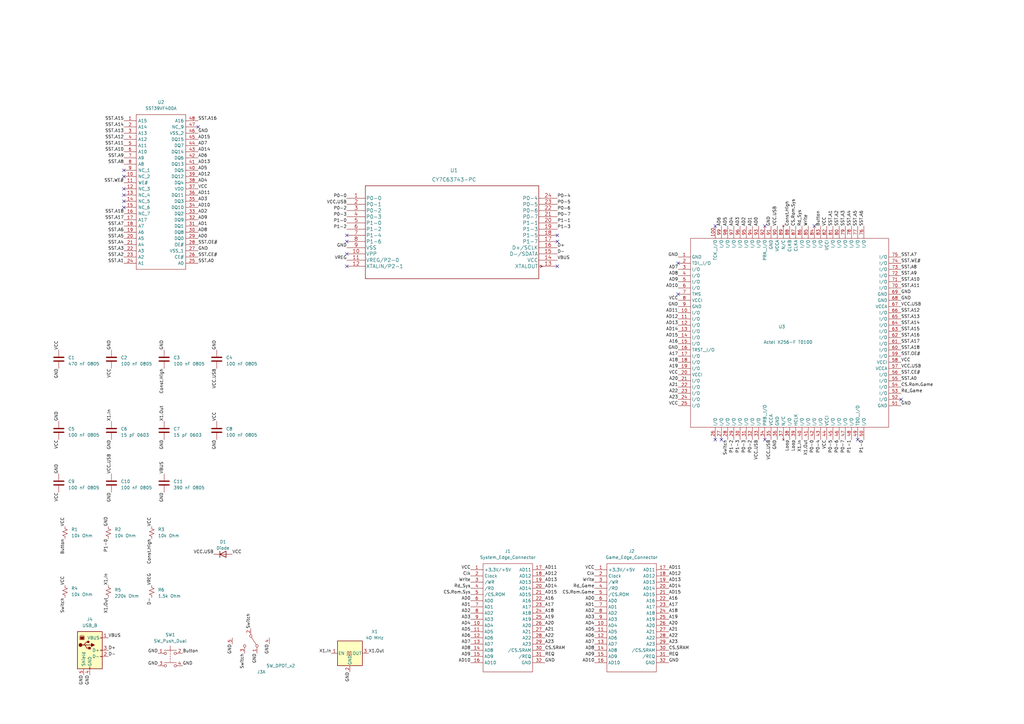
<source format=kicad_sch>
(kicad_sch (version 20230121) (generator eeschema)

  (uuid 55992e35-fe7b-468a-9b7a-1e4dc931b904)

  (paper "A3")

  (lib_symbols
    (symbol "Connector:USB_B" (pin_names (offset 1.016)) (in_bom yes) (on_board yes)
      (property "Reference" "J" (at -5.08 11.43 0)
        (effects (font (size 1.27 1.27)) (justify left))
      )
      (property "Value" "USB_B" (at -5.08 8.89 0)
        (effects (font (size 1.27 1.27)) (justify left))
      )
      (property "Footprint" "" (at 3.81 -1.27 0)
        (effects (font (size 1.27 1.27)) hide)
      )
      (property "Datasheet" " ~" (at 3.81 -1.27 0)
        (effects (font (size 1.27 1.27)) hide)
      )
      (property "ki_keywords" "connector USB" (at 0 0 0)
        (effects (font (size 1.27 1.27)) hide)
      )
      (property "ki_description" "USB Type B connector" (at 0 0 0)
        (effects (font (size 1.27 1.27)) hide)
      )
      (property "ki_fp_filters" "USB*" (at 0 0 0)
        (effects (font (size 1.27 1.27)) hide)
      )
      (symbol "USB_B_0_1"
        (rectangle (start -5.08 -7.62) (end 5.08 7.62)
          (stroke (width 0.254) (type default))
          (fill (type background))
        )
        (circle (center -3.81 2.159) (radius 0.635)
          (stroke (width 0.254) (type default))
          (fill (type outline))
        )
        (rectangle (start -3.81 5.588) (end -2.54 4.572)
          (stroke (width 0) (type default))
          (fill (type outline))
        )
        (circle (center -0.635 3.429) (radius 0.381)
          (stroke (width 0.254) (type default))
          (fill (type outline))
        )
        (rectangle (start -0.127 -7.62) (end 0.127 -6.858)
          (stroke (width 0) (type default))
          (fill (type none))
        )
        (polyline
          (pts
            (xy -1.905 2.159)
            (xy 0.635 2.159)
          )
          (stroke (width 0.254) (type default))
          (fill (type none))
        )
        (polyline
          (pts
            (xy -3.175 2.159)
            (xy -2.54 2.159)
            (xy -1.27 3.429)
            (xy -0.635 3.429)
          )
          (stroke (width 0.254) (type default))
          (fill (type none))
        )
        (polyline
          (pts
            (xy -2.54 2.159)
            (xy -1.905 2.159)
            (xy -1.27 0.889)
            (xy 0 0.889)
          )
          (stroke (width 0.254) (type default))
          (fill (type none))
        )
        (polyline
          (pts
            (xy 0.635 2.794)
            (xy 0.635 1.524)
            (xy 1.905 2.159)
            (xy 0.635 2.794)
          )
          (stroke (width 0.254) (type default))
          (fill (type outline))
        )
        (polyline
          (pts
            (xy -4.064 4.318)
            (xy -2.286 4.318)
            (xy -2.286 5.715)
            (xy -2.667 6.096)
            (xy -3.683 6.096)
            (xy -4.064 5.715)
            (xy -4.064 4.318)
          )
          (stroke (width 0) (type default))
          (fill (type none))
        )
        (rectangle (start 0.254 1.27) (end -0.508 0.508)
          (stroke (width 0.254) (type default))
          (fill (type outline))
        )
        (rectangle (start 5.08 -2.667) (end 4.318 -2.413)
          (stroke (width 0) (type default))
          (fill (type none))
        )
        (rectangle (start 5.08 -0.127) (end 4.318 0.127)
          (stroke (width 0) (type default))
          (fill (type none))
        )
        (rectangle (start 5.08 4.953) (end 4.318 5.207)
          (stroke (width 0) (type default))
          (fill (type none))
        )
      )
      (symbol "USB_B_1_1"
        (pin power_out line (at 7.62 5.08 180) (length 2.54)
          (name "VBUS" (effects (font (size 1.27 1.27))))
          (number "1" (effects (font (size 1.27 1.27))))
        )
        (pin bidirectional line (at 7.62 -2.54 180) (length 2.54)
          (name "D-" (effects (font (size 1.27 1.27))))
          (number "2" (effects (font (size 1.27 1.27))))
        )
        (pin bidirectional line (at 7.62 0 180) (length 2.54)
          (name "D+" (effects (font (size 1.27 1.27))))
          (number "3" (effects (font (size 1.27 1.27))))
        )
        (pin power_out line (at 0 -10.16 90) (length 2.54)
          (name "GND" (effects (font (size 1.27 1.27))))
          (number "4" (effects (font (size 1.27 1.27))))
        )
        (pin passive line (at -2.54 -10.16 90) (length 2.54)
          (name "Shield" (effects (font (size 1.27 1.27))))
          (number "5" (effects (font (size 1.27 1.27))))
        )
      )
    )
    (symbol "Device:C" (pin_numbers hide) (pin_names (offset 0.254)) (in_bom yes) (on_board yes)
      (property "Reference" "C" (at 0.635 2.54 0)
        (effects (font (size 1.27 1.27)) (justify left))
      )
      (property "Value" "C" (at 0.635 -2.54 0)
        (effects (font (size 1.27 1.27)) (justify left))
      )
      (property "Footprint" "" (at 0.9652 -3.81 0)
        (effects (font (size 1.27 1.27)) hide)
      )
      (property "Datasheet" "~" (at 0 0 0)
        (effects (font (size 1.27 1.27)) hide)
      )
      (property "ki_keywords" "cap capacitor" (at 0 0 0)
        (effects (font (size 1.27 1.27)) hide)
      )
      (property "ki_description" "Unpolarized capacitor" (at 0 0 0)
        (effects (font (size 1.27 1.27)) hide)
      )
      (property "ki_fp_filters" "C_*" (at 0 0 0)
        (effects (font (size 1.27 1.27)) hide)
      )
      (symbol "C_0_1"
        (polyline
          (pts
            (xy -2.032 -0.762)
            (xy 2.032 -0.762)
          )
          (stroke (width 0.508) (type default))
          (fill (type none))
        )
        (polyline
          (pts
            (xy -2.032 0.762)
            (xy 2.032 0.762)
          )
          (stroke (width 0.508) (type default))
          (fill (type none))
        )
      )
      (symbol "C_1_1"
        (pin passive line (at 0 3.81 270) (length 2.794)
          (name "~" (effects (font (size 1.27 1.27))))
          (number "1" (effects (font (size 1.27 1.27))))
        )
        (pin passive line (at 0 -3.81 90) (length 2.794)
          (name "~" (effects (font (size 1.27 1.27))))
          (number "2" (effects (font (size 1.27 1.27))))
        )
      )
    )
    (symbol "Device:R_Small_US" (pin_numbers hide) (pin_names (offset 0.254) hide) (in_bom yes) (on_board yes)
      (property "Reference" "R" (at 0.762 0.508 0)
        (effects (font (size 1.27 1.27)) (justify left))
      )
      (property "Value" "R_Small_US" (at 0.762 -1.016 0)
        (effects (font (size 1.27 1.27)) (justify left))
      )
      (property "Footprint" "" (at 0 0 0)
        (effects (font (size 1.27 1.27)) hide)
      )
      (property "Datasheet" "~" (at 0 0 0)
        (effects (font (size 1.27 1.27)) hide)
      )
      (property "ki_keywords" "r resistor" (at 0 0 0)
        (effects (font (size 1.27 1.27)) hide)
      )
      (property "ki_description" "Resistor, small US symbol" (at 0 0 0)
        (effects (font (size 1.27 1.27)) hide)
      )
      (property "ki_fp_filters" "R_*" (at 0 0 0)
        (effects (font (size 1.27 1.27)) hide)
      )
      (symbol "R_Small_US_1_1"
        (polyline
          (pts
            (xy 0 0)
            (xy 1.016 -0.381)
            (xy 0 -0.762)
            (xy -1.016 -1.143)
            (xy 0 -1.524)
          )
          (stroke (width 0) (type default))
          (fill (type none))
        )
        (polyline
          (pts
            (xy 0 1.524)
            (xy 1.016 1.143)
            (xy 0 0.762)
            (xy -1.016 0.381)
            (xy 0 0)
          )
          (stroke (width 0) (type default))
          (fill (type none))
        )
        (pin passive line (at 0 2.54 270) (length 1.016)
          (name "~" (effects (font (size 1.27 1.27))))
          (number "1" (effects (font (size 1.27 1.27))))
        )
        (pin passive line (at 0 -2.54 90) (length 1.016)
          (name "~" (effects (font (size 1.27 1.27))))
          (number "2" (effects (font (size 1.27 1.27))))
        )
      )
    )
    (symbol "Diode:1N4001" (pin_numbers hide) (pin_names hide) (in_bom yes) (on_board yes)
      (property "Reference" "D" (at 0 2.54 0)
        (effects (font (size 1.27 1.27)))
      )
      (property "Value" "1N4001" (at 0 -2.54 0)
        (effects (font (size 1.27 1.27)))
      )
      (property "Footprint" "Diode_THT:D_DO-41_SOD81_P10.16mm_Horizontal" (at 0 0 0)
        (effects (font (size 1.27 1.27)) hide)
      )
      (property "Datasheet" "http://www.vishay.com/docs/88503/1n4001.pdf" (at 0 0 0)
        (effects (font (size 1.27 1.27)) hide)
      )
      (property "Sim.Device" "D" (at 0 0 0)
        (effects (font (size 1.27 1.27)) hide)
      )
      (property "Sim.Pins" "1=K 2=A" (at 0 0 0)
        (effects (font (size 1.27 1.27)) hide)
      )
      (property "ki_keywords" "diode" (at 0 0 0)
        (effects (font (size 1.27 1.27)) hide)
      )
      (property "ki_description" "50V 1A General Purpose Rectifier Diode, DO-41" (at 0 0 0)
        (effects (font (size 1.27 1.27)) hide)
      )
      (property "ki_fp_filters" "D*DO?41*" (at 0 0 0)
        (effects (font (size 1.27 1.27)) hide)
      )
      (symbol "1N4001_0_1"
        (polyline
          (pts
            (xy -1.27 1.27)
            (xy -1.27 -1.27)
          )
          (stroke (width 0.254) (type default))
          (fill (type none))
        )
        (polyline
          (pts
            (xy 1.27 0)
            (xy -1.27 0)
          )
          (stroke (width 0) (type default))
          (fill (type none))
        )
        (polyline
          (pts
            (xy 1.27 1.27)
            (xy 1.27 -1.27)
            (xy -1.27 0)
            (xy 1.27 1.27)
          )
          (stroke (width 0.254) (type default))
          (fill (type none))
        )
      )
      (symbol "1N4001_1_1"
        (pin passive line (at -3.81 0 0) (length 2.54)
          (name "K" (effects (font (size 1.27 1.27))))
          (number "1" (effects (font (size 1.27 1.27))))
        )
        (pin passive line (at 3.81 0 180) (length 2.54)
          (name "A" (effects (font (size 1.27 1.27))))
          (number "2" (effects (font (size 1.27 1.27))))
        )
      )
    )
    (symbol "GBA:CY7C63743-PC" (pin_names (offset 0.254)) (in_bom yes) (on_board yes)
      (property "Reference" "U" (at 43.18 10.16 0)
        (effects (font (size 1.524 1.524)))
      )
      (property "Value" "CY7C63743-PC" (at 43.18 7.62 0)
        (effects (font (size 1.524 1.524)))
      )
      (property "Footprint" "PDIP-24" (at 43.18 6.096 0)
        (effects (font (size 1.524 1.524)) hide)
      )
      (property "Datasheet" "" (at 0 0 0)
        (effects (font (size 1.524 1.524)))
      )
      (property "ki_locked" "" (at 0 0 0)
        (effects (font (size 1.27 1.27)))
      )
      (property "ki_fp_filters" "PDIP-24" (at 0 0 0)
        (effects (font (size 1.27 1.27)) hide)
      )
      (symbol "CY7C63743-PC_1_1"
        (polyline
          (pts
            (xy 7.62 -33.02)
            (xy 78.74 -33.02)
          )
          (stroke (width 0.2032) (type default))
          (fill (type none))
        )
        (polyline
          (pts
            (xy 7.62 5.08)
            (xy 7.62 -33.02)
          )
          (stroke (width 0.2032) (type default))
          (fill (type none))
        )
        (polyline
          (pts
            (xy 78.74 -33.02)
            (xy 78.74 5.08)
          )
          (stroke (width 0.2032) (type default))
          (fill (type none))
        )
        (polyline
          (pts
            (xy 78.74 5.08)
            (xy 7.62 5.08)
          )
          (stroke (width 0.2032) (type default))
          (fill (type none))
        )
        (polyline
          (pts
            (xy 79.248 -28.448)
            (xy 80.3148 -27.94)
          )
          (stroke (width 0.2032) (type default))
          (fill (type none))
        )
        (polyline
          (pts
            (xy 79.248 -27.432)
            (xy 80.3148 -27.94)
          )
          (stroke (width 0.2032) (type default))
          (fill (type none))
        )
        (pin unspecified line (at 0 0 0) (length 7.62)
          (name "P0-0" (effects (font (size 1.4986 1.4986))))
          (number "1" (effects (font (size 1.4986 1.4986))))
        )
        (pin power_in line (at 0 -22.86 0) (length 7.62)
          (name "VPP" (effects (font (size 1.4986 1.4986))))
          (number "10" (effects (font (size 1.4986 1.4986))))
        )
        (pin unspecified line (at 0 -25.4 0) (length 7.62)
          (name "VREG/P2-0" (effects (font (size 1.4986 1.4986))))
          (number "11" (effects (font (size 1.4986 1.4986))))
        )
        (pin unspecified line (at 0 -27.94 0) (length 7.62)
          (name "XTALIN/P2-1" (effects (font (size 1.4986 1.4986))))
          (number "12" (effects (font (size 1.4986 1.4986))))
        )
        (pin output line (at 86.36 -27.94 180) (length 7.62)
          (name "XTALOUT" (effects (font (size 1.4986 1.4986))))
          (number "13" (effects (font (size 1.4986 1.4986))))
        )
        (pin power_in line (at 86.36 -25.4 180) (length 7.62)
          (name "VCC" (effects (font (size 1.4986 1.4986))))
          (number "14" (effects (font (size 1.4986 1.4986))))
        )
        (pin unspecified line (at 86.36 -22.86 180) (length 7.62)
          (name "D-/SDATA" (effects (font (size 1.4986 1.4986))))
          (number "15" (effects (font (size 1.4986 1.4986))))
        )
        (pin unspecified line (at 86.36 -20.32 180) (length 7.62)
          (name "D+/SCLK" (effects (font (size 1.4986 1.4986))))
          (number "16" (effects (font (size 1.4986 1.4986))))
        )
        (pin unspecified line (at 86.36 -17.78 180) (length 7.62)
          (name "P1-7" (effects (font (size 1.4986 1.4986))))
          (number "17" (effects (font (size 1.4986 1.4986))))
        )
        (pin unspecified line (at 86.36 -15.24 180) (length 7.62)
          (name "P1-5" (effects (font (size 1.4986 1.4986))))
          (number "18" (effects (font (size 1.4986 1.4986))))
        )
        (pin unspecified line (at 86.36 -12.7 180) (length 7.62)
          (name "P1-3" (effects (font (size 1.4986 1.4986))))
          (number "19" (effects (font (size 1.4986 1.4986))))
        )
        (pin unspecified line (at 0 -2.54 0) (length 7.62)
          (name "P0-1" (effects (font (size 1.4986 1.4986))))
          (number "2" (effects (font (size 1.4986 1.4986))))
        )
        (pin unspecified line (at 86.36 -10.16 180) (length 7.62)
          (name "P1-1" (effects (font (size 1.4986 1.4986))))
          (number "20" (effects (font (size 1.4986 1.4986))))
        )
        (pin unspecified line (at 86.36 -7.62 180) (length 7.62)
          (name "P0-7" (effects (font (size 1.4986 1.4986))))
          (number "21" (effects (font (size 1.4986 1.4986))))
        )
        (pin unspecified line (at 86.36 -5.08 180) (length 7.62)
          (name "P0-6" (effects (font (size 1.4986 1.4986))))
          (number "22" (effects (font (size 1.4986 1.4986))))
        )
        (pin unspecified line (at 86.36 -2.54 180) (length 7.62)
          (name "P0-5" (effects (font (size 1.4986 1.4986))))
          (number "23" (effects (font (size 1.4986 1.4986))))
        )
        (pin unspecified line (at 86.36 0 180) (length 7.62)
          (name "P0-4" (effects (font (size 1.4986 1.4986))))
          (number "24" (effects (font (size 1.4986 1.4986))))
        )
        (pin unspecified line (at 0 -5.08 0) (length 7.62)
          (name "P0-2" (effects (font (size 1.4986 1.4986))))
          (number "3" (effects (font (size 1.4986 1.4986))))
        )
        (pin unspecified line (at 0 -7.62 0) (length 7.62)
          (name "P0-3" (effects (font (size 1.4986 1.4986))))
          (number "4" (effects (font (size 1.4986 1.4986))))
        )
        (pin unspecified line (at 0 -10.16 0) (length 7.62)
          (name "P1-0" (effects (font (size 1.4986 1.4986))))
          (number "5" (effects (font (size 1.4986 1.4986))))
        )
        (pin unspecified line (at 0 -12.7 0) (length 7.62)
          (name "P1-2" (effects (font (size 1.4986 1.4986))))
          (number "6" (effects (font (size 1.4986 1.4986))))
        )
        (pin unspecified line (at 0 -15.24 0) (length 7.62)
          (name "P1-4" (effects (font (size 1.4986 1.4986))))
          (number "7" (effects (font (size 1.4986 1.4986))))
        )
        (pin unspecified line (at 0 -17.78 0) (length 7.62)
          (name "P1-6" (effects (font (size 1.4986 1.4986))))
          (number "8" (effects (font (size 1.4986 1.4986))))
        )
        (pin power_in line (at 0 -20.32 0) (length 7.62)
          (name "VSS" (effects (font (size 1.4986 1.4986))))
          (number "9" (effects (font (size 1.4986 1.4986))))
        )
      )
    )
    (symbol "GBA:Datel_GBA{slash}NDS" (in_bom yes) (on_board yes)
      (property "Reference" "U4" (at -1.905 5.715 0)
        (effects (font (size 1.27 1.27)))
      )
      (property "Value" "Datel_GBA/NDS 0602M3015" (at 0.635 -0.635 0)
        (effects (font (size 1.27 1.27)))
      )
      (property "Footprint" "GBA:GBA AR Max FPGA" (at -1.905 1.905 0)
        (effects (font (size 1.27 1.27)) hide)
      )
      (property "Datasheet" "" (at -1.905 1.905 0)
        (effects (font (size 1.27 1.27)) hide)
      )
      (symbol "Datel_GBA{slash}NDS_0_1"
        (rectangle (start -39.37 41.91) (end 41.91 -35.56)
          (stroke (width 0) (type default))
          (fill (type none))
        )
      )
      (symbol "Datel_GBA{slash}NDS_1_0"
        (pin power_in line (at -44.45 34.29 0) (length 5.08)
          (name "GND" (effects (font (size 1.27 1.27))))
          (number "1" (effects (font (size 1.27 1.27))))
        )
        (pin bidirectional line (at -44.45 11.43 0) (length 5.08)
          (name "I/O" (effects (font (size 1.27 1.27))))
          (number "10" (effects (font (size 1.27 1.27))))
        )
        (pin bidirectional line (at -29.21 46.99 270) (length 5.08)
          (name "TCK,_I/O" (effects (font (size 1.27 1.27))))
          (number "100" (effects (font (size 1.27 1.27))))
        )
        (pin bidirectional line (at -44.45 8.89 0) (length 5.08)
          (name "I/O" (effects (font (size 1.27 1.27))))
          (number "11" (effects (font (size 1.27 1.27))))
        )
        (pin bidirectional line (at -44.45 6.35 0) (length 5.08)
          (name "I/O" (effects (font (size 1.27 1.27))))
          (number "12" (effects (font (size 1.27 1.27))))
        )
        (pin bidirectional line (at -44.45 3.81 0) (length 5.08)
          (name "I/O" (effects (font (size 1.27 1.27))))
          (number "13" (effects (font (size 1.27 1.27))))
        )
        (pin bidirectional line (at -44.45 1.27 0) (length 5.08)
          (name "I/O" (effects (font (size 1.27 1.27))))
          (number "14" (effects (font (size 1.27 1.27))))
        )
        (pin bidirectional line (at -44.45 -1.27 0) (length 5.08)
          (name "I/O" (effects (font (size 1.27 1.27))))
          (number "15" (effects (font (size 1.27 1.27))))
        )
        (pin bidirectional line (at -44.45 -3.81 0) (length 5.08)
          (name "TRST,_I/O" (effects (font (size 1.27 1.27))))
          (number "16" (effects (font (size 1.27 1.27))))
        )
        (pin bidirectional line (at -44.45 -6.35 0) (length 5.08)
          (name "I/O" (effects (font (size 1.27 1.27))))
          (number "17" (effects (font (size 1.27 1.27))))
        )
        (pin bidirectional line (at -44.45 -8.89 0) (length 5.08)
          (name "I/O" (effects (font (size 1.27 1.27))))
          (number "18" (effects (font (size 1.27 1.27))))
        )
        (pin bidirectional line (at -44.45 -11.43 0) (length 5.08)
          (name "I/O" (effects (font (size 1.27 1.27))))
          (number "19" (effects (font (size 1.27 1.27))))
        )
        (pin bidirectional line (at -44.45 31.75 0) (length 5.08)
          (name "TDI,_I/O" (effects (font (size 1.27 1.27))))
          (number "2" (effects (font (size 1.27 1.27))))
        )
        (pin power_in line (at -44.45 -13.97 0) (length 5.08)
          (name "VCCI" (effects (font (size 1.27 1.27))))
          (number "20" (effects (font (size 1.27 1.27))))
        )
        (pin bidirectional line (at -44.45 -16.51 0) (length 5.08)
          (name "I/O" (effects (font (size 1.27 1.27))))
          (number "21" (effects (font (size 1.27 1.27))))
        )
        (pin bidirectional line (at -44.45 -19.05 0) (length 5.08)
          (name "I/O" (effects (font (size 1.27 1.27))))
          (number "22" (effects (font (size 1.27 1.27))))
        )
        (pin bidirectional line (at -44.45 -21.59 0) (length 5.08)
          (name "I/O" (effects (font (size 1.27 1.27))))
          (number "23" (effects (font (size 1.27 1.27))))
        )
        (pin bidirectional line (at -44.45 -24.13 0) (length 5.08)
          (name "I/O" (effects (font (size 1.27 1.27))))
          (number "24" (effects (font (size 1.27 1.27))))
        )
        (pin bidirectional line (at -44.45 -26.67 0) (length 5.08)
          (name "I/O" (effects (font (size 1.27 1.27))))
          (number "25" (effects (font (size 1.27 1.27))))
        )
        (pin bidirectional line (at -29.21 -40.64 90) (length 5.08)
          (name "I/O" (effects (font (size 1.27 1.27))))
          (number "26" (effects (font (size 1.27 1.27))))
        )
        (pin bidirectional line (at -26.67 -40.64 90) (length 5.08)
          (name "I/O" (effects (font (size 1.27 1.27))))
          (number "27" (effects (font (size 1.27 1.27))))
        )
        (pin bidirectional line (at -24.13 -40.64 90) (length 5.08)
          (name "I/O" (effects (font (size 1.27 1.27))))
          (number "28" (effects (font (size 1.27 1.27))))
        )
        (pin bidirectional line (at -21.59 -40.64 90) (length 5.08)
          (name "I/O" (effects (font (size 1.27 1.27))))
          (number "29" (effects (font (size 1.27 1.27))))
        )
        (pin bidirectional line (at -44.45 29.21 0) (length 5.08)
          (name "I/O" (effects (font (size 1.27 1.27))))
          (number "3" (effects (font (size 1.27 1.27))))
        )
        (pin bidirectional line (at -19.05 -40.64 90) (length 5.08)
          (name "I/O" (effects (font (size 1.27 1.27))))
          (number "30" (effects (font (size 1.27 1.27))))
        )
        (pin bidirectional line (at -16.51 -40.64 90) (length 5.08)
          (name "I/O" (effects (font (size 1.27 1.27))))
          (number "31" (effects (font (size 1.27 1.27))))
        )
        (pin bidirectional line (at -13.97 -40.64 90) (length 5.08)
          (name "I/O" (effects (font (size 1.27 1.27))))
          (number "32" (effects (font (size 1.27 1.27))))
        )
        (pin bidirectional line (at -11.43 -40.64 90) (length 5.08)
          (name "I/O" (effects (font (size 1.27 1.27))))
          (number "33" (effects (font (size 1.27 1.27))))
        )
        (pin bidirectional line (at -8.89 -40.64 90) (length 5.08)
          (name "PRB,_I/O" (effects (font (size 1.27 1.27))))
          (number "34" (effects (font (size 1.27 1.27))))
        )
        (pin power_in line (at -6.35 -40.64 90) (length 5.08)
          (name "VCCA" (effects (font (size 1.27 1.27))))
          (number "35" (effects (font (size 1.27 1.27))))
        )
        (pin power_in line (at -3.81 -40.64 90) (length 5.08)
          (name "GND" (effects (font (size 1.27 1.27))))
          (number "36" (effects (font (size 1.27 1.27))))
        )
        (pin no_connect line (at -1.27 -40.64 90) (length 5.08)
          (name "N/C" (effects (font (size 1.27 1.27))))
          (number "37" (effects (font (size 1.27 1.27))))
        )
        (pin bidirectional line (at 1.27 -40.64 90) (length 5.08)
          (name "I/O" (effects (font (size 1.27 1.27))))
          (number "38" (effects (font (size 1.27 1.27))))
        )
        (pin input line (at 3.81 -40.64 90) (length 5.08)
          (name "HCLK" (effects (font (size 1.27 1.27))))
          (number "39" (effects (font (size 1.27 1.27))))
        )
        (pin bidirectional line (at -44.45 26.67 0) (length 5.08)
          (name "I/O" (effects (font (size 1.27 1.27))))
          (number "4" (effects (font (size 1.27 1.27))))
        )
        (pin bidirectional line (at 6.35 -40.64 90) (length 5.08)
          (name "I/O" (effects (font (size 1.27 1.27))))
          (number "40" (effects (font (size 1.27 1.27))))
        )
        (pin bidirectional line (at 8.89 -40.64 90) (length 5.08)
          (name "I/O" (effects (font (size 1.27 1.27))))
          (number "41" (effects (font (size 1.27 1.27))))
        )
        (pin bidirectional line (at 11.43 -40.64 90) (length 5.08)
          (name "I/O" (effects (font (size 1.27 1.27))))
          (number "42" (effects (font (size 1.27 1.27))))
        )
        (pin bidirectional line (at 13.97 -40.64 90) (length 5.08)
          (name "I/O" (effects (font (size 1.27 1.27))))
          (number "43" (effects (font (size 1.27 1.27))))
        )
        (pin power_in line (at 16.51 -40.64 90) (length 5.08)
          (name "VCCI" (effects (font (size 1.27 1.27))))
          (number "44" (effects (font (size 1.27 1.27))))
        )
        (pin bidirectional line (at 19.05 -40.64 90) (length 5.08)
          (name "I/O" (effects (font (size 1.27 1.27))))
          (number "45" (effects (font (size 1.27 1.27))))
        )
        (pin bidirectional line (at 21.59 -40.64 90) (length 5.08)
          (name "I/O" (effects (font (size 1.27 1.27))))
          (number "46" (effects (font (size 1.27 1.27))))
        )
        (pin bidirectional line (at 24.13 -40.64 90) (length 5.08)
          (name "I/O" (effects (font (size 1.27 1.27))))
          (number "47" (effects (font (size 1.27 1.27))))
        )
        (pin bidirectional line (at 26.67 -40.64 90) (length 5.08)
          (name "I/O" (effects (font (size 1.27 1.27))))
          (number "48" (effects (font (size 1.27 1.27))))
        )
        (pin bidirectional line (at 29.21 -40.64 90) (length 5.08)
          (name "TDO,_I/O" (effects (font (size 1.27 1.27))))
          (number "49" (effects (font (size 1.27 1.27))))
        )
        (pin bidirectional line (at -44.45 24.13 0) (length 5.08)
          (name "I/O" (effects (font (size 1.27 1.27))))
          (number "5" (effects (font (size 1.27 1.27))))
        )
        (pin bidirectional line (at 31.75 -40.64 90) (length 5.08)
          (name "I/O" (effects (font (size 1.27 1.27))))
          (number "50" (effects (font (size 1.27 1.27))))
        )
        (pin power_in line (at 46.99 -26.67 180) (length 5.08)
          (name "GND" (effects (font (size 1.27 1.27))))
          (number "51" (effects (font (size 1.27 1.27))))
        )
        (pin bidirectional line (at 46.99 -24.13 180) (length 5.08)
          (name "I/O" (effects (font (size 1.27 1.27))))
          (number "52" (effects (font (size 1.27 1.27))))
        )
        (pin bidirectional line (at 46.99 -21.59 180) (length 5.08)
          (name "I/O" (effects (font (size 1.27 1.27))))
          (number "53" (effects (font (size 1.27 1.27))))
        )
        (pin bidirectional line (at 46.99 -19.05 180) (length 5.08)
          (name "I/O" (effects (font (size 1.27 1.27))))
          (number "54" (effects (font (size 1.27 1.27))))
        )
        (pin bidirectional line (at 46.99 -16.51 180) (length 5.08)
          (name "I/O" (effects (font (size 1.27 1.27))))
          (number "55" (effects (font (size 1.27 1.27))))
        )
        (pin bidirectional line (at 46.99 -13.97 180) (length 5.08)
          (name "I/O" (effects (font (size 1.27 1.27))))
          (number "56" (effects (font (size 1.27 1.27))))
        )
        (pin power_in line (at 46.99 -11.43 180) (length 5.08)
          (name "VCCA" (effects (font (size 1.27 1.27))))
          (number "57" (effects (font (size 1.27 1.27))))
        )
        (pin power_in line (at 46.99 -8.89 180) (length 5.08)
          (name "VCCI" (effects (font (size 1.27 1.27))))
          (number "58" (effects (font (size 1.27 1.27))))
        )
        (pin bidirectional line (at 46.99 -6.35 180) (length 5.08)
          (name "I/O" (effects (font (size 1.27 1.27))))
          (number "59" (effects (font (size 1.27 1.27))))
        )
        (pin bidirectional line (at -44.45 21.59 0) (length 5.08)
          (name "I/O" (effects (font (size 1.27 1.27))))
          (number "6" (effects (font (size 1.27 1.27))))
        )
        (pin bidirectional line (at 46.99 -3.81 180) (length 5.08)
          (name "I/O" (effects (font (size 1.27 1.27))))
          (number "60" (effects (font (size 1.27 1.27))))
        )
        (pin bidirectional line (at 46.99 -1.27 180) (length 5.08)
          (name "I/O" (effects (font (size 1.27 1.27))))
          (number "61" (effects (font (size 1.27 1.27))))
        )
        (pin bidirectional line (at 46.99 1.27 180) (length 5.08)
          (name "I/O" (effects (font (size 1.27 1.27))))
          (number "62" (effects (font (size 1.27 1.27))))
        )
        (pin bidirectional line (at 46.99 3.81 180) (length 5.08)
          (name "I/O" (effects (font (size 1.27 1.27))))
          (number "63" (effects (font (size 1.27 1.27))))
        )
        (pin bidirectional line (at 46.99 6.35 180) (length 5.08)
          (name "I/O" (effects (font (size 1.27 1.27))))
          (number "64" (effects (font (size 1.27 1.27))))
        )
        (pin bidirectional line (at 46.99 8.89 180) (length 5.08)
          (name "I/O" (effects (font (size 1.27 1.27))))
          (number "65" (effects (font (size 1.27 1.27))))
        )
        (pin bidirectional line (at 46.99 11.43 180) (length 5.08)
          (name "I/O" (effects (font (size 1.27 1.27))))
          (number "66" (effects (font (size 1.27 1.27))))
        )
        (pin power_in line (at 46.99 13.97 180) (length 5.08)
          (name "VCCA" (effects (font (size 1.27 1.27))))
          (number "67" (effects (font (size 1.27 1.27))))
        )
        (pin power_in line (at 46.99 16.51 180) (length 5.08)
          (name "GND" (effects (font (size 1.27 1.27))))
          (number "68" (effects (font (size 1.27 1.27))))
        )
        (pin power_in line (at 46.99 19.05 180) (length 5.08)
          (name "GND" (effects (font (size 1.27 1.27))))
          (number "69" (effects (font (size 1.27 1.27))))
        )
        (pin input line (at -44.45 19.05 0) (length 5.08)
          (name "TMS" (effects (font (size 1.27 1.27))))
          (number "7" (effects (font (size 1.27 1.27))))
        )
        (pin bidirectional line (at 46.99 21.59 180) (length 5.08)
          (name "I/O" (effects (font (size 1.27 1.27))))
          (number "70" (effects (font (size 1.27 1.27))))
        )
        (pin bidirectional line (at 46.99 24.13 180) (length 5.08)
          (name "I/O" (effects (font (size 1.27 1.27))))
          (number "71" (effects (font (size 1.27 1.27))))
        )
        (pin bidirectional line (at 46.99 26.67 180) (length 5.08)
          (name "I/O" (effects (font (size 1.27 1.27))))
          (number "72" (effects (font (size 1.27 1.27))))
        )
        (pin bidirectional line (at 46.99 29.21 180) (length 5.08)
          (name "I/O" (effects (font (size 1.27 1.27))))
          (number "73" (effects (font (size 1.27 1.27))))
        )
        (pin bidirectional line (at 46.99 31.75 180) (length 5.08)
          (name "I/O" (effects (font (size 1.27 1.27))))
          (number "74" (effects (font (size 1.27 1.27))))
        )
        (pin bidirectional line (at 46.99 34.29 180) (length 5.08)
          (name "I/O" (effects (font (size 1.27 1.27))))
          (number "75" (effects (font (size 1.27 1.27))))
        )
        (pin bidirectional line (at 31.75 46.99 270) (length 5.08)
          (name "I/O" (effects (font (size 1.27 1.27))))
          (number "76" (effects (font (size 1.27 1.27))))
        )
        (pin bidirectional line (at 29.21 46.99 270) (length 5.08)
          (name "I/O" (effects (font (size 1.27 1.27))))
          (number "77" (effects (font (size 1.27 1.27))))
        )
        (pin bidirectional line (at 26.67 46.99 270) (length 5.08)
          (name "I/O" (effects (font (size 1.27 1.27))))
          (number "78" (effects (font (size 1.27 1.27))))
        )
        (pin bidirectional line (at 24.13 46.99 270) (length 5.08)
          (name "I/O" (effects (font (size 1.27 1.27))))
          (number "79" (effects (font (size 1.27 1.27))))
        )
        (pin power_in line (at -44.45 16.51 0) (length 5.08)
          (name "VCCI" (effects (font (size 1.27 1.27))))
          (number "8" (effects (font (size 1.27 1.27))))
        )
        (pin bidirectional line (at 21.59 46.99 270) (length 5.08)
          (name "I/O" (effects (font (size 1.27 1.27))))
          (number "80" (effects (font (size 1.27 1.27))))
        )
        (pin bidirectional line (at 19.05 46.99 270) (length 5.08)
          (name "I/O" (effects (font (size 1.27 1.27))))
          (number "81" (effects (font (size 1.27 1.27))))
        )
        (pin power_in line (at 16.51 46.99 270) (length 5.08)
          (name "VCCI" (effects (font (size 1.27 1.27))))
          (number "82" (effects (font (size 1.27 1.27))))
        )
        (pin bidirectional line (at 13.97 46.99 270) (length 5.08)
          (name "I/O" (effects (font (size 1.27 1.27))))
          (number "83" (effects (font (size 1.27 1.27))))
        )
        (pin bidirectional line (at 11.43 46.99 270) (length 5.08)
          (name "I/O" (effects (font (size 1.27 1.27))))
          (number "84" (effects (font (size 1.27 1.27))))
        )
        (pin bidirectional line (at 8.89 46.99 270) (length 5.08)
          (name "I/O" (effects (font (size 1.27 1.27))))
          (number "85" (effects (font (size 1.27 1.27))))
        )
        (pin bidirectional line (at 6.35 46.99 270) (length 5.08)
          (name "I/O" (effects (font (size 1.27 1.27))))
          (number "86" (effects (font (size 1.27 1.27))))
        )
        (pin input line (at 3.81 46.99 270) (length 5.08)
          (name "CLKA" (effects (font (size 1.27 1.27))))
          (number "87" (effects (font (size 1.27 1.27))))
        )
        (pin input line (at 1.27 46.99 270) (length 5.08)
          (name "CLKB" (effects (font (size 1.27 1.27))))
          (number "88" (effects (font (size 1.27 1.27))))
        )
        (pin no_connect line (at -1.27 46.99 270) (length 5.08)
          (name "N/C" (effects (font (size 1.27 1.27))))
          (number "89" (effects (font (size 1.27 1.27))))
        )
        (pin power_in line (at -44.45 13.97 0) (length 5.08)
          (name "GND" (effects (font (size 1.27 1.27))))
          (number "9" (effects (font (size 1.27 1.27))))
        )
        (pin power_in line (at -3.81 46.99 270) (length 5.08)
          (name "VCCA" (effects (font (size 1.27 1.27))))
          (number "90" (effects (font (size 1.27 1.27))))
        )
        (pin power_in line (at -6.35 46.99 270) (length 5.08)
          (name "GND" (effects (font (size 1.27 1.27))))
          (number "91" (effects (font (size 1.27 1.27))))
        )
        (pin bidirectional line (at -8.89 46.99 270) (length 5.08)
          (name "PRA,_I/O" (effects (font (size 1.27 1.27))))
          (number "92" (effects (font (size 1.27 1.27))))
        )
        (pin bidirectional line (at -11.43 46.99 270) (length 5.08)
          (name "I/O" (effects (font (size 1.27 1.27))))
          (number "93" (effects (font (size 1.27 1.27))))
        )
        (pin bidirectional line (at -13.97 46.99 270) (length 5.08)
          (name "I/O" (effects (font (size 1.27 1.27))))
          (number "94" (effects (font (size 1.27 1.27))))
        )
        (pin bidirectional line (at -16.51 46.99 270) (length 5.08)
          (name "I/O" (effects (font (size 1.27 1.27))))
          (number "95" (effects (font (size 1.27 1.27))))
        )
        (pin bidirectional line (at -19.05 46.99 270) (length 5.08)
          (name "I/O" (effects (font (size 1.27 1.27))))
          (number "96" (effects (font (size 1.27 1.27))))
        )
        (pin bidirectional line (at -21.59 46.99 270) (length 5.08)
          (name "I/O" (effects (font (size 1.27 1.27))))
          (number "97" (effects (font (size 1.27 1.27))))
        )
        (pin bidirectional line (at -24.13 46.99 270) (length 5.08)
          (name "I/O" (effects (font (size 1.27 1.27))))
          (number "98" (effects (font (size 1.27 1.27))))
        )
        (pin bidirectional line (at -26.67 46.99 270) (length 5.08)
          (name "I/O" (effects (font (size 1.27 1.27))))
          (number "99" (effects (font (size 1.27 1.27))))
        )
      )
    )
    (symbol "GBA:SST39VF200A-70-4C-EKE" (pin_names (offset 0.762)) (in_bom yes) (on_board yes)
      (property "Reference" "U2" (at 15.24 7.62 0)
        (effects (font (size 1.27 1.27)))
      )
      (property "Value" "SST39VF400A" (at 15.24 5.08 0)
        (effects (font (size 1.27 1.27)))
      )
      (property "Footprint" "GBA:SOP50P2000X120-48N" (at -13.97 44.45 0)
        (effects (font (size 1.27 1.27)) (justify left) hide)
      )
      (property "Datasheet" "http://ww1.microchip.com/downloads/en/DeviceDoc/25001A.pdf" (at -13.97 41.91 0)
        (effects (font (size 1.27 1.27)) (justify left) hide)
      )
      (property "Description" "2.7 to 3.6V 2Mbit Multi-Purpose Flash" (at -13.97 39.37 0)
        (effects (font (size 1.27 1.27)) (justify left) hide)
      )
      (property "Height" "1.2" (at 39.37 11.43 0)
        (effects (font (size 1.27 1.27)) (justify left) hide)
      )
      (property "Manufacturer_Name" "Microchip" (at 38.1 8.89 0)
        (effects (font (size 1.27 1.27)) (justify left) hide)
      )
      (property "Manufacturer_Part_Number" "SST39VF200A-70-4C-EKE" (at -13.97 31.75 0)
        (effects (font (size 1.27 1.27)) (justify left) hide)
      )
      (property "Mouser Part Number" "" (at 26.67 -12.7 0)
        (effects (font (size 1.27 1.27)) (justify left) hide)
      )
      (property "Mouser Price/Stock" "" (at 26.67 -15.24 0)
        (effects (font (size 1.27 1.27)) (justify left) hide)
      )
      (property "Arrow Part Number" "SST39VF200A-70-4C-EKE" (at -13.97 24.13 0)
        (effects (font (size 1.27 1.27)) (justify left) hide)
      )
      (property "Arrow Price/Stock" "https://www.arrow.com/en/products/sst39vf200a-70-4c-eke/microchip-technology" (at -13.97 21.59 0)
        (effects (font (size 1.27 1.27)) (justify left) hide)
      )
      (property "ki_description" "2.7 to 3.6V 2Mbit Multi-Purpose Flash" (at 0 0 0)
        (effects (font (size 1.27 1.27)) hide)
      )
      (symbol "SST39VF200A-70-4C-EKE_0_0"
        (pin passive line (at 0 -22.86 0) (length 5.08)
          (name "NC_2" (effects (font (size 1.27 1.27))))
          (number "10" (effects (font (size 1.27 1.27))))
        )
        (pin passive line (at 0 -27.94 0) (length 5.08)
          (name "NC_3" (effects (font (size 1.27 1.27))))
          (number "12" (effects (font (size 1.27 1.27))))
        )
        (pin passive line (at 0 -30.48 0) (length 5.08)
          (name "NC_4" (effects (font (size 1.27 1.27))))
          (number "13" (effects (font (size 1.27 1.27))))
        )
        (pin passive line (at 0 -33.02 0) (length 5.08)
          (name "NC_5" (effects (font (size 1.27 1.27))))
          (number "14" (effects (font (size 1.27 1.27))))
        )
        (pin passive line (at 0 -35.56 0) (length 5.08)
          (name "NC_6" (effects (font (size 1.27 1.27))))
          (number "15" (effects (font (size 1.27 1.27))))
        )
        (pin passive line (at 0 -38.1 0) (length 5.08)
          (name "NC_7" (effects (font (size 1.27 1.27))))
          (number "16" (effects (font (size 1.27 1.27))))
        )
        (pin passive line (at 30.48 -2.54 180) (length 5.08)
          (name "NC_9" (effects (font (size 1.27 1.27))))
          (number "47" (effects (font (size 1.27 1.27))))
        )
        (pin passive line (at 0 -20.32 0) (length 5.08)
          (name "NC_1" (effects (font (size 1.27 1.27))))
          (number "9" (effects (font (size 1.27 1.27))))
        )
      )
      (symbol "SST39VF200A-70-4C-EKE_0_1"
        (polyline
          (pts
            (xy 5.08 2.54)
            (xy 25.4 2.54)
            (xy 25.4 -60.96)
            (xy 5.08 -60.96)
            (xy 5.08 2.54)
          )
          (stroke (width 0.1524) (type default))
          (fill (type none))
        )
      )
      (symbol "SST39VF200A-70-4C-EKE_1_0"
        (pin input line (at 0 0 0) (length 5.08)
          (name "A15" (effects (font (size 1.27 1.27))))
          (number "1" (effects (font (size 1.27 1.27))))
        )
        (pin input line (at 0 -25.4 0) (length 5.08)
          (name "WE#" (effects (font (size 1.27 1.27))))
          (number "11" (effects (font (size 1.27 1.27))))
        )
        (pin input line (at 0 -40.64 0) (length 5.08)
          (name "A17" (effects (font (size 1.27 1.27))))
          (number "17" (effects (font (size 1.27 1.27))))
        )
        (pin input line (at 0 -43.18 0) (length 5.08)
          (name "A7" (effects (font (size 1.27 1.27))))
          (number "18" (effects (font (size 1.27 1.27))))
        )
        (pin input line (at 0 -45.72 0) (length 5.08)
          (name "A6" (effects (font (size 1.27 1.27))))
          (number "19" (effects (font (size 1.27 1.27))))
        )
        (pin input line (at 0 -2.54 0) (length 5.08)
          (name "A14" (effects (font (size 1.27 1.27))))
          (number "2" (effects (font (size 1.27 1.27))))
        )
        (pin input line (at 0 -48.26 0) (length 5.08)
          (name "A5" (effects (font (size 1.27 1.27))))
          (number "20" (effects (font (size 1.27 1.27))))
        )
        (pin input line (at 0 -50.8 0) (length 5.08)
          (name "A4" (effects (font (size 1.27 1.27))))
          (number "21" (effects (font (size 1.27 1.27))))
        )
        (pin input line (at 0 -53.34 0) (length 5.08)
          (name "A3" (effects (font (size 1.27 1.27))))
          (number "22" (effects (font (size 1.27 1.27))))
        )
        (pin input line (at 0 -55.88 0) (length 5.08)
          (name "A2" (effects (font (size 1.27 1.27))))
          (number "23" (effects (font (size 1.27 1.27))))
        )
        (pin input line (at 0 -58.42 0) (length 5.08)
          (name "A1" (effects (font (size 1.27 1.27))))
          (number "24" (effects (font (size 1.27 1.27))))
        )
        (pin input line (at 30.48 -58.42 180) (length 5.08)
          (name "A0" (effects (font (size 1.27 1.27))))
          (number "25" (effects (font (size 1.27 1.27))))
        )
        (pin input line (at 30.48 -55.88 180) (length 5.08)
          (name "CE#" (effects (font (size 1.27 1.27))))
          (number "26" (effects (font (size 1.27 1.27))))
        )
        (pin power_in line (at 30.48 -53.34 180) (length 5.08)
          (name "VSS_1" (effects (font (size 1.27 1.27))))
          (number "27" (effects (font (size 1.27 1.27))))
        )
        (pin input line (at 30.48 -50.8 180) (length 5.08)
          (name "OE#" (effects (font (size 1.27 1.27))))
          (number "28" (effects (font (size 1.27 1.27))))
        )
        (pin output line (at 30.48 -48.26 180) (length 5.08)
          (name "DQ0" (effects (font (size 1.27 1.27))))
          (number "29" (effects (font (size 1.27 1.27))))
        )
        (pin input line (at 0 -5.08 0) (length 5.08)
          (name "A13" (effects (font (size 1.27 1.27))))
          (number "3" (effects (font (size 1.27 1.27))))
        )
        (pin output line (at 30.48 -45.72 180) (length 5.08)
          (name "DQ8" (effects (font (size 1.27 1.27))))
          (number "30" (effects (font (size 1.27 1.27))))
        )
        (pin output line (at 30.48 -43.18 180) (length 5.08)
          (name "DQ1" (effects (font (size 1.27 1.27))))
          (number "31" (effects (font (size 1.27 1.27))))
        )
        (pin output line (at 30.48 -40.64 180) (length 5.08)
          (name "DQ9" (effects (font (size 1.27 1.27))))
          (number "32" (effects (font (size 1.27 1.27))))
        )
        (pin output line (at 30.48 -38.1 180) (length 5.08)
          (name "DQ2" (effects (font (size 1.27 1.27))))
          (number "33" (effects (font (size 1.27 1.27))))
        )
        (pin output line (at 30.48 -35.56 180) (length 5.08)
          (name "DQ10" (effects (font (size 1.27 1.27))))
          (number "34" (effects (font (size 1.27 1.27))))
        )
        (pin output line (at 30.48 -33.02 180) (length 5.08)
          (name "DQ3" (effects (font (size 1.27 1.27))))
          (number "35" (effects (font (size 1.27 1.27))))
        )
        (pin output line (at 30.48 -30.48 180) (length 5.08)
          (name "DQ11" (effects (font (size 1.27 1.27))))
          (number "36" (effects (font (size 1.27 1.27))))
        )
        (pin power_in line (at 30.48 -27.94 180) (length 5.08)
          (name "VDD" (effects (font (size 1.27 1.27))))
          (number "37" (effects (font (size 1.27 1.27))))
        )
        (pin output line (at 30.48 -25.4 180) (length 5.08)
          (name "DQ4" (effects (font (size 1.27 1.27))))
          (number "38" (effects (font (size 1.27 1.27))))
        )
        (pin output line (at 30.48 -22.86 180) (length 5.08)
          (name "DQ12" (effects (font (size 1.27 1.27))))
          (number "39" (effects (font (size 1.27 1.27))))
        )
        (pin input line (at 0 -7.62 0) (length 5.08)
          (name "A12" (effects (font (size 1.27 1.27))))
          (number "4" (effects (font (size 1.27 1.27))))
        )
        (pin output line (at 30.48 -20.32 180) (length 5.08)
          (name "DQ5" (effects (font (size 1.27 1.27))))
          (number "40" (effects (font (size 1.27 1.27))))
        )
        (pin output line (at 30.48 -17.78 180) (length 5.08)
          (name "DQ13" (effects (font (size 1.27 1.27))))
          (number "41" (effects (font (size 1.27 1.27))))
        )
        (pin output line (at 30.48 -15.24 180) (length 5.08)
          (name "DQ6" (effects (font (size 1.27 1.27))))
          (number "42" (effects (font (size 1.27 1.27))))
        )
        (pin output line (at 30.48 -12.7 180) (length 5.08)
          (name "DQ14" (effects (font (size 1.27 1.27))))
          (number "43" (effects (font (size 1.27 1.27))))
        )
        (pin output line (at 30.48 -10.16 180) (length 5.08)
          (name "DQ7" (effects (font (size 1.27 1.27))))
          (number "44" (effects (font (size 1.27 1.27))))
        )
        (pin output line (at 30.48 -7.62 180) (length 5.08)
          (name "DQ15" (effects (font (size 1.27 1.27))))
          (number "45" (effects (font (size 1.27 1.27))))
        )
        (pin power_in line (at 30.48 -5.08 180) (length 5.08)
          (name "VSS_2" (effects (font (size 1.27 1.27))))
          (number "46" (effects (font (size 1.27 1.27))))
        )
        (pin input line (at 30.48 0 180) (length 5.08)
          (name "A16" (effects (font (size 1.27 1.27))))
          (number "48" (effects (font (size 1.27 1.27))))
        )
        (pin input line (at 0 -10.16 0) (length 5.08)
          (name "A11" (effects (font (size 1.27 1.27))))
          (number "5" (effects (font (size 1.27 1.27))))
        )
        (pin input line (at 0 -12.7 0) (length 5.08)
          (name "A10" (effects (font (size 1.27 1.27))))
          (number "6" (effects (font (size 1.27 1.27))))
        )
        (pin input line (at 0 -15.24 0) (length 5.08)
          (name "A9" (effects (font (size 1.27 1.27))))
          (number "7" (effects (font (size 1.27 1.27))))
        )
        (pin input line (at 0 -17.78 0) (length 5.08)
          (name "A8" (effects (font (size 1.27 1.27))))
          (number "8" (effects (font (size 1.27 1.27))))
        )
      )
    )
    (symbol "Gameboy:Cart_Edge_Connector" (in_bom yes) (on_board yes)
      (property "Reference" "J?" (at 0 15.24 0)
        (effects (font (size 1.27 1.27)))
      )
      (property "Value" "Cart_Edge_Connector" (at 0 12.7 0)
        (effects (font (size 1.27 1.27)))
      )
      (property "Footprint" "Gameboy:Cartridge Edge, GBA" (at 0 19.05 0)
        (effects (font (size 1.27 1.27)) hide)
      )
      (property "Datasheet" "" (at 0 0 0)
        (effects (font (size 1.27 1.27)) hide)
      )
      (symbol "Cart_Edge_Connector_0_1"
        (rectangle (start -10.16 10.16) (end 10.16 -34.29)
          (stroke (width 0) (type default))
          (fill (type none))
        )
      )
      (symbol "Cart_Edge_Connector_1_1"
        (pin power_in line (at -15.24 7.62 0) (length 5.08)
          (name "+3.3V/+5V" (effects (font (size 1.27 1.27))))
          (number "1" (effects (font (size 1.27 1.27))))
        )
        (pin bidirectional line (at -15.24 -15.24 0) (length 5.08)
          (name "AD4" (effects (font (size 1.27 1.27))))
          (number "10" (effects (font (size 1.27 1.27))))
        )
        (pin bidirectional line (at -15.24 -17.78 0) (length 5.08)
          (name "AD5" (effects (font (size 1.27 1.27))))
          (number "11" (effects (font (size 1.27 1.27))))
        )
        (pin bidirectional line (at -15.24 -20.32 0) (length 5.08)
          (name "AD6" (effects (font (size 1.27 1.27))))
          (number "12" (effects (font (size 1.27 1.27))))
        )
        (pin bidirectional line (at -15.24 -22.86 0) (length 5.08)
          (name "AD7" (effects (font (size 1.27 1.27))))
          (number "13" (effects (font (size 1.27 1.27))))
        )
        (pin bidirectional line (at -15.24 -25.4 0) (length 5.08)
          (name "AD8" (effects (font (size 1.27 1.27))))
          (number "14" (effects (font (size 1.27 1.27))))
        )
        (pin bidirectional line (at -15.24 -27.94 0) (length 5.08)
          (name "AD9" (effects (font (size 1.27 1.27))))
          (number "15" (effects (font (size 1.27 1.27))))
        )
        (pin bidirectional line (at -15.24 -30.48 0) (length 5.08)
          (name "AD10" (effects (font (size 1.27 1.27))))
          (number "16" (effects (font (size 1.27 1.27))))
        )
        (pin bidirectional line (at 15.24 7.62 180) (length 5.08)
          (name "AD11" (effects (font (size 1.27 1.27))))
          (number "17" (effects (font (size 1.27 1.27))))
        )
        (pin bidirectional line (at 15.24 5.08 180) (length 5.08)
          (name "AD12" (effects (font (size 1.27 1.27))))
          (number "18" (effects (font (size 1.27 1.27))))
        )
        (pin bidirectional line (at 15.24 2.54 180) (length 5.08)
          (name "AD13" (effects (font (size 1.27 1.27))))
          (number "19" (effects (font (size 1.27 1.27))))
        )
        (pin bidirectional line (at -15.24 5.08 0) (length 5.08)
          (name "Clock" (effects (font (size 1.27 1.27))))
          (number "2" (effects (font (size 1.27 1.27))))
        )
        (pin bidirectional line (at 15.24 0 180) (length 5.08)
          (name "AD14" (effects (font (size 1.27 1.27))))
          (number "20" (effects (font (size 1.27 1.27))))
        )
        (pin bidirectional line (at 15.24 -2.54 180) (length 5.08)
          (name "AD15" (effects (font (size 1.27 1.27))))
          (number "21" (effects (font (size 1.27 1.27))))
        )
        (pin bidirectional line (at 15.24 -5.08 180) (length 5.08)
          (name "A16" (effects (font (size 1.27 1.27))))
          (number "22" (effects (font (size 1.27 1.27))))
        )
        (pin bidirectional line (at 15.24 -7.62 180) (length 5.08)
          (name "A17" (effects (font (size 1.27 1.27))))
          (number "23" (effects (font (size 1.27 1.27))))
        )
        (pin bidirectional line (at 15.24 -10.16 180) (length 5.08)
          (name "A18" (effects (font (size 1.27 1.27))))
          (number "24" (effects (font (size 1.27 1.27))))
        )
        (pin bidirectional line (at 15.24 -12.7 180) (length 5.08)
          (name "A19" (effects (font (size 1.27 1.27))))
          (number "25" (effects (font (size 1.27 1.27))))
        )
        (pin bidirectional line (at 15.24 -15.24 180) (length 5.08)
          (name "A20" (effects (font (size 1.27 1.27))))
          (number "26" (effects (font (size 1.27 1.27))))
        )
        (pin bidirectional line (at 15.24 -17.78 180) (length 5.08)
          (name "A21" (effects (font (size 1.27 1.27))))
          (number "27" (effects (font (size 1.27 1.27))))
        )
        (pin bidirectional line (at 15.24 -20.32 180) (length 5.08)
          (name "A22" (effects (font (size 1.27 1.27))))
          (number "28" (effects (font (size 1.27 1.27))))
        )
        (pin bidirectional line (at 15.24 -22.86 180) (length 5.08)
          (name "A23" (effects (font (size 1.27 1.27))))
          (number "29" (effects (font (size 1.27 1.27))))
        )
        (pin bidirectional line (at -15.24 2.54 0) (length 5.08)
          (name "/WR" (effects (font (size 1.27 1.27))))
          (number "3" (effects (font (size 1.27 1.27))))
        )
        (pin bidirectional line (at 15.24 -25.4 180) (length 5.08)
          (name "/CS.SRAM" (effects (font (size 1.27 1.27))))
          (number "30" (effects (font (size 1.27 1.27))))
        )
        (pin bidirectional line (at 15.24 -27.94 180) (length 5.08)
          (name "/REQ" (effects (font (size 1.27 1.27))))
          (number "31" (effects (font (size 1.27 1.27))))
        )
        (pin bidirectional line (at 15.24 -30.48 180) (length 5.08)
          (name "GND" (effects (font (size 1.27 1.27))))
          (number "32" (effects (font (size 1.27 1.27))))
        )
        (pin bidirectional line (at -15.24 0 0) (length 5.08)
          (name "/RD" (effects (font (size 1.27 1.27))))
          (number "4" (effects (font (size 1.27 1.27))))
        )
        (pin bidirectional line (at -15.24 -2.54 0) (length 5.08)
          (name "/CS.ROM" (effects (font (size 1.27 1.27))))
          (number "5" (effects (font (size 1.27 1.27))))
        )
        (pin bidirectional line (at -15.24 -5.08 0) (length 5.08)
          (name "AD0" (effects (font (size 1.27 1.27))))
          (number "6" (effects (font (size 1.27 1.27))))
        )
        (pin bidirectional line (at -15.24 -7.62 0) (length 5.08)
          (name "AD1" (effects (font (size 1.27 1.27))))
          (number "7" (effects (font (size 1.27 1.27))))
        )
        (pin bidirectional line (at -15.24 -10.16 0) (length 5.08)
          (name "AD2" (effects (font (size 1.27 1.27))))
          (number "8" (effects (font (size 1.27 1.27))))
        )
        (pin bidirectional line (at -15.24 -12.7 0) (length 5.08)
          (name "AD3" (effects (font (size 1.27 1.27))))
          (number "9" (effects (font (size 1.27 1.27))))
        )
      )
    )
    (symbol "Oscillator:ASV-xxxMHz" (pin_names (offset 0.254)) (in_bom yes) (on_board yes)
      (property "Reference" "X1" (at 10.16 8.89 0)
        (effects (font (size 1.27 1.27)))
      )
      (property "Value" "40 MHz" (at 10.16 6.35 0)
        (effects (font (size 1.27 1.27)))
      )
      (property "Footprint" "GBA:50 MHz Clock" (at 17.78 -8.89 0)
        (effects (font (size 1.27 1.27)) hide)
      )
      (property "Datasheet" "http://www.abracon.com/Oscillators/ASV.pdf" (at -2.54 0 0)
        (effects (font (size 1.27 1.27)) hide)
      )
      (property "ki_keywords" "3.3V HCMOS SMD Crystal Clock Oscillator" (at 0 0 0)
        (effects (font (size 1.27 1.27)) hide)
      )
      (property "ki_description" "3.3V HCMOS SMD Crystal Clock Oscillator, Abracon" (at 0 0 0)
        (effects (font (size 1.27 1.27)) hide)
      )
      (property "ki_fp_filters" "Oscillator*SMD*Abracon*ASV*7.0x5.1mm*" (at 0 0 0)
        (effects (font (size 1.27 1.27)) hide)
      )
      (symbol "ASV-xxxMHz_0_1"
        (rectangle (start -5.08 5.08) (end 5.08 -5.08)
          (stroke (width 0.254) (type default))
          (fill (type background))
        )
        (polyline
          (pts
            (xy -1.27 -0.762)
            (xy -1.016 -0.762)
            (xy -1.016 0.762)
            (xy -0.508 0.762)
            (xy -0.508 -0.762)
            (xy 0 -0.762)
            (xy 0 0.762)
            (xy 0.508 0.762)
            (xy 0.508 -0.762)
            (xy 0.762 -0.762)
          )
          (stroke (width 0) (type default))
          (fill (type none))
        )
      )
      (symbol "ASV-xxxMHz_1_1"
        (pin input line (at -7.62 0 0) (length 2.54)
          (name "EN" (effects (font (size 1.27 1.27))))
          (number "1" (effects (font (size 1.27 1.27))))
        )
        (pin power_in line (at 0 -7.62 90) (length 2.54)
          (name "GND" (effects (font (size 1.27 1.27))))
          (number "2" (effects (font (size 1.27 1.27))))
        )
        (pin output line (at 7.62 0 180) (length 2.54)
          (name "OUT" (effects (font (size 1.27 1.27))))
          (number "3" (effects (font (size 1.27 1.27))))
        )
      )
    )
    (symbol "Switch:SW_DPDT_x2" (pin_names (offset 0) hide) (in_bom yes) (on_board yes)
      (property "Reference" "J?" (at 12.7 2.54 90)
        (effects (font (size 1.27 1.27)) (justify left))
      )
      (property "Value" "SW_DPDT_x2" (at 10.16 6.35 90)
        (effects (font (size 1.27 1.27)) (justify left))
      )
      (property "Footprint" "Gameboy:Switch_Wide" (at 0 0 0)
        (effects (font (size 1.27 1.27)) hide)
      )
      (property "Datasheet" "~" (at 0 0 0)
        (effects (font (size 1.27 1.27)) hide)
      )
      (property "ki_keywords" "switch dual-pole double-throw DPDT spdt ON-ON" (at 0 0 0)
        (effects (font (size 1.27 1.27)) hide)
      )
      (property "ki_description" "Switch, dual pole double throw, separate symbols" (at 0 0 0)
        (effects (font (size 1.27 1.27)) hide)
      )
      (property "ki_fp_filters" "SW*DPDT*" (at 0 0 0)
        (effects (font (size 1.27 1.27)) hide)
      )
      (symbol "SW_DPDT_x2_0_0"
        (circle (center -2.032 0) (radius 0.508)
          (stroke (width 0) (type default))
          (fill (type none))
        )
        (circle (center 2.032 -2.54) (radius 0.508)
          (stroke (width 0) (type default))
          (fill (type none))
        )
      )
      (symbol "SW_DPDT_x2_0_1"
        (polyline
          (pts
            (xy -1.524 0.254)
            (xy 1.651 2.286)
          )
          (stroke (width 0) (type default))
          (fill (type none))
        )
        (circle (center 2.032 2.54) (radius 0.508)
          (stroke (width 0) (type default))
          (fill (type none))
        )
      )
      (symbol "SW_DPDT_x2_1_1"
        (pin passive line (at 5.08 2.54 180) (length 2.54)
          (name "A" (effects (font (size 1.27 1.27))))
          (number "1" (effects (font (size 1.27 1.27))))
        )
        (pin passive line (at -5.08 0 0) (length 2.54)
          (name "B" (effects (font (size 1.27 1.27))))
          (number "2" (effects (font (size 1.27 1.27))))
        )
        (pin passive line (at 5.08 -2.54 180) (length 2.54)
          (name "C" (effects (font (size 1.27 1.27))))
          (number "3" (effects (font (size 1.27 1.27))))
        )
        (pin power_in line (at 1.27 7.62 180) (length 2.54)
          (name "Case_GND" (effects (font (size 1.27 1.27))))
          (number "4" (effects (font (size 1.27 1.27))))
        )
        (pin power_in line (at 1.27 -7.62 180) (length 2.54)
          (name "Case_GND" (effects (font (size 1.27 1.27))))
          (number "5" (effects (font (size 1.27 1.27))))
        )
      )
      (symbol "SW_DPDT_x2_2_1"
        (pin passive line (at 5.08 2.54 180) (length 2.54)
          (name "A" (effects (font (size 1.27 1.27))))
          (number "4" (effects (font (size 1.27 1.27))))
        )
        (pin power_in line (at 1.27 7.62 0) (length 2.54)
          (name "Case_GND" (effects (font (size 1.27 1.27))))
          (number "4-UB" (effects (font (size 1.27 1.27))))
        )
        (pin passive line (at -5.08 0 0) (length 2.54)
          (name "B" (effects (font (size 1.27 1.27))))
          (number "5" (effects (font (size 1.27 1.27))))
        )
        (pin power_in line (at 1.27 -7.62 0) (length 2.54)
          (name "Case_GND" (effects (font (size 1.27 1.27))))
          (number "5-UB" (effects (font (size 1.27 1.27))))
        )
        (pin passive line (at 5.08 -2.54 180) (length 2.54)
          (name "C" (effects (font (size 1.27 1.27))))
          (number "6" (effects (font (size 1.27 1.27))))
        )
      )
    )
    (symbol "Switch:SW_Push_Dual" (pin_names (offset 1.016) hide) (in_bom yes) (on_board yes)
      (property "Reference" "SW" (at 1.27 2.54 0)
        (effects (font (size 1.27 1.27)) (justify left))
      )
      (property "Value" "SW_Push_Dual" (at 0 -6.858 0)
        (effects (font (size 1.27 1.27)))
      )
      (property "Footprint" "" (at 0 5.08 0)
        (effects (font (size 1.27 1.27)) hide)
      )
      (property "Datasheet" "~" (at 0 5.08 0)
        (effects (font (size 1.27 1.27)) hide)
      )
      (property "ki_keywords" "switch normally-open pushbutton push-button" (at 0 0 0)
        (effects (font (size 1.27 1.27)) hide)
      )
      (property "ki_description" "Push button switch, generic, symbol, four pins" (at 0 0 0)
        (effects (font (size 1.27 1.27)) hide)
      )
      (symbol "SW_Push_Dual_0_1"
        (circle (center -2.032 -5.08) (radius 0.508)
          (stroke (width 0) (type default))
          (fill (type none))
        )
        (circle (center -2.032 0) (radius 0.508)
          (stroke (width 0) (type default))
          (fill (type none))
        )
        (polyline
          (pts
            (xy 0 -3.048)
            (xy 0 -3.556)
          )
          (stroke (width 0) (type default))
          (fill (type none))
        )
        (polyline
          (pts
            (xy 0 -2.032)
            (xy 0 -2.54)
          )
          (stroke (width 0) (type default))
          (fill (type none))
        )
        (polyline
          (pts
            (xy 0 -1.524)
            (xy 0 -1.016)
          )
          (stroke (width 0) (type default))
          (fill (type none))
        )
        (polyline
          (pts
            (xy 0 -0.508)
            (xy 0 0)
          )
          (stroke (width 0) (type default))
          (fill (type none))
        )
        (polyline
          (pts
            (xy 0 0.508)
            (xy 0 1.016)
          )
          (stroke (width 0) (type default))
          (fill (type none))
        )
        (polyline
          (pts
            (xy 0 1.27)
            (xy 0 3.048)
          )
          (stroke (width 0) (type default))
          (fill (type none))
        )
        (polyline
          (pts
            (xy 2.54 -3.81)
            (xy -2.54 -3.81)
          )
          (stroke (width 0) (type default))
          (fill (type none))
        )
        (polyline
          (pts
            (xy 2.54 1.27)
            (xy -2.54 1.27)
          )
          (stroke (width 0) (type default))
          (fill (type none))
        )
        (circle (center 2.032 -5.08) (radius 0.508)
          (stroke (width 0) (type default))
          (fill (type none))
        )
        (circle (center 2.032 0) (radius 0.508)
          (stroke (width 0) (type default))
          (fill (type none))
        )
        (pin passive line (at -5.08 0 0) (length 2.54)
          (name "1" (effects (font (size 1.27 1.27))))
          (number "1" (effects (font (size 1.27 1.27))))
        )
        (pin passive line (at 5.08 0 180) (length 2.54)
          (name "2" (effects (font (size 1.27 1.27))))
          (number "2" (effects (font (size 1.27 1.27))))
        )
        (pin passive line (at -5.08 -5.08 0) (length 2.54)
          (name "3" (effects (font (size 1.27 1.27))))
          (number "3" (effects (font (size 1.27 1.27))))
        )
        (pin passive line (at 5.08 -5.08 180) (length 2.54)
          (name "4" (effects (font (size 1.27 1.27))))
          (number "4" (effects (font (size 1.27 1.27))))
        )
      )
    )
  )


  (no_connect (at 334.01 92.71) (uuid 10a7944b-0454-48c2-b108-fc9f5b446e1d))
  (no_connect (at 313.69 92.71) (uuid 1b9ba2ba-231d-4533-ba63-9cbaf0d6e23f))
  (no_connect (at 81.28 52.07) (uuid 1c4a7553-031f-45c3-b9f8-0889e8fc71aa))
  (no_connect (at 50.8 77.47) (uuid 29bdde2b-9818-4ea2-b9af-b5edf4223df8))
  (no_connect (at 369.57 163.83) (uuid 388e1383-c441-4f00-a012-a8e798a2c387))
  (no_connect (at 50.8 72.39) (uuid 3d23c3d7-a2cc-418f-98d3-8d26a6118e67))
  (no_connect (at 50.8 80.01) (uuid 3fd003a1-bf66-4613-9257-4ede256bee8b))
  (no_connect (at 50.8 85.09) (uuid 40a17c88-c054-4ed4-80c4-8e196870f87b))
  (no_connect (at 142.24 104.14) (uuid 481175ec-1cca-4882-8fc6-2f88fc720d3f))
  (no_connect (at 313.69 180.34) (uuid 4c621123-ad39-42fe-aa8d-92c75c67f1fc))
  (no_connect (at 142.24 109.22) (uuid 54aa0115-2bf5-4438-85f6-f5c40e7b2d90))
  (no_connect (at 228.6 109.22) (uuid 5d5df72e-1c5f-4b4f-98ee-028b482fd04f))
  (no_connect (at 50.8 82.55) (uuid 659f49fe-64f0-4ab8-973c-704e5cebd43d))
  (no_connect (at 295.91 180.34) (uuid 6969be7f-db9e-4699-89da-fbf9e78675d3))
  (no_connect (at 228.6 99.06) (uuid 78a29cef-2a73-44d0-9c32-585364fba4e4))
  (no_connect (at 293.37 180.34) (uuid 79507925-db6f-4dc7-ac5e-c1b4eec95ab3))
  (no_connect (at 50.8 69.85) (uuid 7fcb2521-2e5f-481c-a0ed-9f2a51111f0b))
  (no_connect (at 228.6 96.52) (uuid 940ba161-1188-43a1-8358-e1f59ae07a82))
  (no_connect (at 293.37 92.71) (uuid a5be8071-3752-489d-8b83-be6a07b1b366))
  (no_connect (at 278.13 120.65) (uuid a6c09c17-092b-4ffc-af60-1f2fa90f8018))
  (no_connect (at 142.24 96.52) (uuid a6e68071-38ab-4caf-b8a0-6758485e8fb5))
  (no_connect (at 278.13 107.95) (uuid abeb368a-0724-4d3b-9115-48ea531f2d2b))
  (no_connect (at 351.79 180.34) (uuid d22cb1de-00fd-4f59-9f83-5f342ac3898c))
  (no_connect (at 142.24 99.06) (uuid eb395d1c-816a-484e-a666-9b1629135ece))

  (label "Rd_Sys" (at 193.04 241.3 180) (fields_autoplaced)
    (effects (font (size 1.27 1.27)) (justify right bottom))
    (uuid 02144fa0-2684-479f-a7f8-4f7cb7e3d6c7)
  )
  (label "AD11" (at 223.52 233.68 0) (fields_autoplaced)
    (effects (font (size 1.27 1.27)) (justify left bottom))
    (uuid 0231e779-757e-4862-bd3d-0d7dc6bcfda2)
  )
  (label "AD10" (at 278.13 118.11 180) (fields_autoplaced)
    (effects (font (size 1.27 1.27)) (justify right bottom))
    (uuid 040fa6df-8985-4525-954e-37107179aad5)
  )
  (label "AD3" (at 81.28 82.55 0) (fields_autoplaced)
    (effects (font (size 1.27 1.27)) (justify left bottom))
    (uuid 04a27a21-03eb-4ccb-b1fe-d09db6936e32)
  )
  (label "GND" (at 278.13 105.41 180) (fields_autoplaced)
    (effects (font (size 1.27 1.27)) (justify right bottom))
    (uuid 05dd61d1-9ec0-4691-9a51-6c858c64ba58)
  )
  (label "VCC" (at 95.25 227.33 0) (fields_autoplaced)
    (effects (font (size 1.27 1.27)) (justify left bottom))
    (uuid 06c1c01c-be63-4f31-aace-351141847825)
  )
  (label "SST.A8" (at 50.8 67.31 180) (fields_autoplaced)
    (effects (font (size 1.27 1.27)) (justify right bottom))
    (uuid 095f13a0-ee8d-4449-a1c6-cab4f6972676)
  )
  (label "GND" (at 44.45 215.9 90) (fields_autoplaced)
    (effects (font (size 1.27 1.27)) (justify left bottom))
    (uuid 09dc0891-ed7e-4555-a52e-ac3a7729a116)
  )
  (label "AD6" (at 193.04 261.62 180) (fields_autoplaced)
    (effects (font (size 1.27 1.27)) (justify right bottom))
    (uuid 0adf15e0-f85d-487a-9092-7cf29ab15633)
  )
  (label "AD7" (at 81.28 59.69 0) (fields_autoplaced)
    (effects (font (size 1.27 1.27)) (justify left bottom))
    (uuid 0b048fcf-7ed5-4c89-a5e9-86d391901cf7)
  )
  (label "SST.A18" (at 369.57 143.51 0) (fields_autoplaced)
    (effects (font (size 1.27 1.27)) (justify left bottom))
    (uuid 0b6a05c3-b782-4aeb-aae3-7d319993ea09)
  )
  (label "VCC" (at 193.04 233.68 180) (fields_autoplaced)
    (effects (font (size 1.27 1.27)) (justify right bottom))
    (uuid 0c899cb7-f9d5-4c56-8af9-3d5d63a25609)
  )
  (label "GND" (at 369.57 166.37 0) (fields_autoplaced)
    (effects (font (size 1.27 1.27)) (justify left bottom))
    (uuid 0d36f2f4-8419-432d-b026-58f8e8f55c33)
  )
  (label "AD12" (at 223.52 236.22 0) (fields_autoplaced)
    (effects (font (size 1.27 1.27)) (justify left bottom))
    (uuid 0de714f3-0dad-4272-8621-92b283a09cba)
  )
  (label "P1-1" (at 349.25 180.34 270) (fields_autoplaced)
    (effects (font (size 1.27 1.27)) (justify right bottom))
    (uuid 0e07364e-b1f6-4174-9a41-07ee395db93b)
  )
  (label "AD1" (at 308.61 92.71 90) (fields_autoplaced)
    (effects (font (size 1.27 1.27)) (justify left bottom))
    (uuid 0fecd50e-d8d0-44f7-b67c-0204bfb92e7d)
  )
  (label "P0-4" (at 228.6 81.28 0) (fields_autoplaced)
    (effects (font (size 1.27 1.27)) (justify left bottom))
    (uuid 1031c9a4-04e4-4809-83e4-ec4330b3f056)
  )
  (label "SST.A2" (at 344.17 92.71 90) (fields_autoplaced)
    (effects (font (size 1.27 1.27)) (justify left bottom))
    (uuid 141a30fe-cff2-495b-b372-f8840d7621e9)
  )
  (label "AD4" (at 81.28 74.93 0) (fields_autoplaced)
    (effects (font (size 1.27 1.27)) (justify left bottom))
    (uuid 14f1e498-4c0c-4bad-b4da-8d8ced2f794f)
  )
  (label "D-" (at 62.23 245.11 270) (fields_autoplaced)
    (effects (font (size 1.27 1.27)) (justify right bottom))
    (uuid 15a1f36f-d900-4774-abe5-a86eed87da2c)
  )
  (label "AD4" (at 193.04 256.54 180) (fields_autoplaced)
    (effects (font (size 1.27 1.27)) (justify right bottom))
    (uuid 18473cf7-df7d-4cb4-88c2-8d0fded7c34b)
  )
  (label "AD11" (at 278.13 128.27 180) (fields_autoplaced)
    (effects (font (size 1.27 1.27)) (justify right bottom))
    (uuid 1dc41f44-12b3-40eb-b176-bd46e591a428)
  )
  (label "AD5" (at 81.28 69.85 0) (fields_autoplaced)
    (effects (font (size 1.27 1.27)) (justify left bottom))
    (uuid 1e4f4b9e-ce76-46dd-9e6b-9b1ea5e9cd20)
  )
  (label "CS.SRAM" (at 223.52 266.7 0) (fields_autoplaced)
    (effects (font (size 1.27 1.27)) (justify left bottom))
    (uuid 1f85bbe1-265f-4ecf-9aa6-150b6449043b)
  )
  (label "Write" (at 331.47 92.71 90) (fields_autoplaced)
    (effects (font (size 1.27 1.27)) (justify left bottom))
    (uuid 21b7ab26-2c81-4e65-b1a0-b558327359cd)
  )
  (label "CS.Rom.Sys" (at 326.39 92.71 90) (fields_autoplaced)
    (effects (font (size 1.27 1.27)) (justify left bottom))
    (uuid 22ddd073-250b-4f5b-adae-e2c17a57f02e)
  )
  (label "GND" (at 45.72 180.34 270) (fields_autoplaced)
    (effects (font (size 1.27 1.27)) (justify right bottom))
    (uuid 230c5ddc-17f9-4292-a570-2b2cfb991869)
  )
  (label "Rd_Game" (at 243.84 241.3 180) (fields_autoplaced)
    (effects (font (size 1.27 1.27)) (justify right bottom))
    (uuid 2318866a-3d56-439f-950b-f5ee55919c79)
  )
  (label "AD9" (at 278.13 115.57 180) (fields_autoplaced)
    (effects (font (size 1.27 1.27)) (justify right bottom))
    (uuid 234764d3-9f20-4ce4-80b4-be174fe6887d)
  )
  (label "SST.A10" (at 369.57 115.57 0) (fields_autoplaced)
    (effects (font (size 1.27 1.27)) (justify left bottom))
    (uuid 23b0a941-6844-4786-b6d0-d2cde2349c1a)
  )
  (label "AD4" (at 300.99 92.71 90) (fields_autoplaced)
    (effects (font (size 1.27 1.27)) (justify left bottom))
    (uuid 255c68ab-baf7-484d-84e9-da8c09b36518)
  )
  (label "GND" (at 24.13 151.13 270) (fields_autoplaced)
    (effects (font (size 1.27 1.27)) (justify right bottom))
    (uuid 25725ecf-2257-4cd6-adaa-855f7036a5cb)
  )
  (label "X1.In" (at 328.93 180.34 270) (fields_autoplaced)
    (effects (font (size 1.27 1.27)) (justify right bottom))
    (uuid 260f6606-e14e-4e4e-aef9-338c36d3c812)
  )
  (label "A21" (at 274.32 259.08 0) (fields_autoplaced)
    (effects (font (size 1.27 1.27)) (justify left bottom))
    (uuid 28c985bb-ac48-483e-af85-e98b3de8464d)
  )
  (label "AD8" (at 193.04 266.7 180) (fields_autoplaced)
    (effects (font (size 1.27 1.27)) (justify right bottom))
    (uuid 28d17286-06f3-4fe2-b141-aff92585204a)
  )
  (label "Button" (at 74.93 267.97 0) (fields_autoplaced)
    (effects (font (size 1.27 1.27)) (justify left bottom))
    (uuid 29a6baac-2bf7-4aa9-ad16-5aeb994c0f87)
  )
  (label "GND" (at 142.24 101.6 180) (fields_autoplaced)
    (effects (font (size 1.27 1.27)) (justify right bottom))
    (uuid 2a7fd1aa-8353-4b29-8510-60a61ec9fa28)
  )
  (label "SST.CE#" (at 81.28 105.41 0) (fields_autoplaced)
    (effects (font (size 1.27 1.27)) (justify left bottom))
    (uuid 2aec6e03-cb15-423a-bce9-aca0bee0453e)
  )
  (label "GND" (at 105.41 267.97 270) (fields_autoplaced)
    (effects (font (size 1.27 1.27)) (justify right bottom))
    (uuid 2bf77b99-317f-4e8c-8f41-8c3b099d100a)
  )
  (label "GND" (at 67.31 201.93 270) (fields_autoplaced)
    (effects (font (size 1.27 1.27)) (justify right bottom))
    (uuid 2c1ad836-9d64-428b-b436-fc464dd172cb)
  )
  (label "X1.Out" (at 151.13 267.97 0) (fields_autoplaced)
    (effects (font (size 1.27 1.27)) (justify left bottom))
    (uuid 2d1ba64b-ecce-4f21-af2d-a0d331f9b667)
  )
  (label "Clk" (at 193.04 236.22 180) (fields_autoplaced)
    (effects (font (size 1.27 1.27)) (justify right bottom))
    (uuid 2ea20282-ab06-4895-90ae-f5b85e072171)
  )
  (label "AD1" (at 81.28 92.71 0) (fields_autoplaced)
    (effects (font (size 1.27 1.27)) (justify left bottom))
    (uuid 2eecfee7-aa37-429d-9b92-6c1ae112e6b3)
  )
  (label "Button" (at 336.55 92.71 90) (fields_autoplaced)
    (effects (font (size 1.27 1.27)) (justify left bottom))
    (uuid 303baf5d-129d-4f84-b102-74d4eeb0e284)
  )
  (label "Loop" (at 323.85 180.34 270) (fields_autoplaced)
    (effects (font (size 1.27 1.27)) (justify right bottom))
    (uuid 304bc0f5-0ee8-4a47-8c89-f90705a89a11)
  )
  (label "REQ" (at 223.52 269.24 0) (fields_autoplaced)
    (effects (font (size 1.27 1.27)) (justify left bottom))
    (uuid 32e25fc1-0d42-4ecd-9b68-15e7655d4efe)
  )
  (label "AD2" (at 306.07 92.71 90) (fields_autoplaced)
    (effects (font (size 1.27 1.27)) (justify left bottom))
    (uuid 3367f487-e4a9-49f1-88e6-f0497c152b1e)
  )
  (label "VCC" (at 24.13 180.34 270) (fields_autoplaced)
    (effects (font (size 1.27 1.27)) (justify right bottom))
    (uuid 347304dd-a1bd-4e41-91de-80e8ba8b4087)
  )
  (label "GND" (at 278.13 143.51 180) (fields_autoplaced)
    (effects (font (size 1.27 1.27)) (justify right bottom))
    (uuid 3521ba56-6c8e-46e5-b67d-b45bad148ea3)
  )
  (label "P0-2" (at 308.61 180.34 270) (fields_autoplaced)
    (effects (font (size 1.27 1.27)) (justify right bottom))
    (uuid 36d70d21-a82d-444d-9cc2-dd80e8093231)
  )
  (label "SST.WE#" (at 369.57 107.95 0) (fields_autoplaced)
    (effects (font (size 1.27 1.27)) (justify left bottom))
    (uuid 374039c6-95c9-413f-8291-bd3b046cc80e)
  )
  (label "SST.CE#" (at 369.57 153.67 0) (fields_autoplaced)
    (effects (font (size 1.27 1.27)) (justify left bottom))
    (uuid 381f257f-7a04-4f12-b83b-f16a60c15c1c)
  )
  (label "VBUS" (at 67.31 194.31 90) (fields_autoplaced)
    (effects (font (size 1.27 1.27)) (justify left bottom))
    (uuid 38ee66a9-13aa-4627-8944-e1addb7bbefb)
  )
  (label "GND" (at 274.32 271.78 0) (fields_autoplaced)
    (effects (font (size 1.27 1.27)) (justify left bottom))
    (uuid 39d1849d-9af8-465e-9d9f-016ed9b87a48)
  )
  (label "Switch" (at 100.33 267.97 270) (fields_autoplaced)
    (effects (font (size 1.27 1.27)) (justify right bottom))
    (uuid 3a1893a8-f460-4caf-8f6f-935f9e57d987)
  )
  (label "Switch" (at 102.87 257.81 90) (fields_autoplaced)
    (effects (font (size 1.27 1.27)) (justify left bottom))
    (uuid 3b6a259d-cca2-4890-878a-c8839a85818d)
  )
  (label "P0-0" (at 142.24 81.28 180) (fields_autoplaced)
    (effects (font (size 1.27 1.27)) (justify right bottom))
    (uuid 3c0ace0c-1da5-4876-9121-b34c8920c47a)
  )
  (label "A19" (at 278.13 151.13 180) (fields_autoplaced)
    (effects (font (size 1.27 1.27)) (justify right bottom))
    (uuid 3c44b7a5-dc3d-47aa-8e70-6dbbba8bd955)
  )
  (label "AD15" (at 223.52 243.84 0) (fields_autoplaced)
    (effects (font (size 1.27 1.27)) (justify left bottom))
    (uuid 3c4a9954-a4c1-471f-8a5b-502b84a8a3c8)
  )
  (label "Switch" (at 26.67 245.11 270) (fields_autoplaced)
    (effects (font (size 1.27 1.27)) (justify right bottom))
    (uuid 3d79532f-4ff0-41d1-8627-d5619ede8430)
  )
  (label "VCC.USB" (at 142.24 83.82 180) (fields_autoplaced)
    (effects (font (size 1.27 1.27)) (justify right bottom))
    (uuid 3d8af73f-b1d2-43ec-ae94-df7c7037a763)
  )
  (label "SST.A16" (at 369.57 138.43 0) (fields_autoplaced)
    (effects (font (size 1.27 1.27)) (justify left bottom))
    (uuid 3d976d41-486e-491a-b939-95a5f2803fdd)
  )
  (label "AD10" (at 193.04 271.78 180) (fields_autoplaced)
    (effects (font (size 1.27 1.27)) (justify right bottom))
    (uuid 40cf08b4-732d-4f69-b71c-e424c621cd1e)
  )
  (label "P0-6" (at 344.17 180.34 270) (fields_autoplaced)
    (effects (font (size 1.27 1.27)) (justify right bottom))
    (uuid 40d82ec5-ac84-4bb1-8dbc-672fc0af0b14)
  )
  (label "AD11" (at 81.28 80.01 0) (fields_autoplaced)
    (effects (font (size 1.27 1.27)) (justify left bottom))
    (uuid 410ba93a-94bc-49be-b73b-3aba361a40bc)
  )
  (label "SST.A11" (at 369.57 118.11 0) (fields_autoplaced)
    (effects (font (size 1.27 1.27)) (justify left bottom))
    (uuid 4151cb46-1eef-4049-b373-75375ff18bc4)
  )
  (label "VCC.USB" (at 369.57 125.73 0) (fields_autoplaced)
    (effects (font (size 1.27 1.27)) (justify left bottom))
    (uuid 418408fa-c914-4267-84c1-67f0e29036c2)
  )
  (label "SST.A7" (at 369.57 105.41 0) (fields_autoplaced)
    (effects (font (size 1.27 1.27)) (justify left bottom))
    (uuid 422ae017-9303-4366-a0d8-4ec3a5b1084d)
  )
  (label "AD14" (at 81.28 62.23 0) (fields_autoplaced)
    (effects (font (size 1.27 1.27)) (justify left bottom))
    (uuid 4267dc9e-cb7c-4aa3-9116-506c3d14fab3)
  )
  (label "AD13" (at 274.32 238.76 0) (fields_autoplaced)
    (effects (font (size 1.27 1.27)) (justify left bottom))
    (uuid 4299741b-613e-4f32-a49d-2f56b542389a)
  )
  (label "AD12" (at 81.28 72.39 0) (fields_autoplaced)
    (effects (font (size 1.27 1.27)) (justify left bottom))
    (uuid 42b185d2-f113-4f53-afe2-17a6f8ec5a68)
  )
  (label "SST.A9" (at 50.8 64.77 180) (fields_autoplaced)
    (effects (font (size 1.27 1.27)) (justify right bottom))
    (uuid 42d1d277-05bc-4860-a13a-b9ee57dbfa4e)
  )
  (label "VCC" (at 88.9 172.72 90) (fields_autoplaced)
    (effects (font (size 1.27 1.27)) (justify left bottom))
    (uuid 42e2ec77-8bc5-4402-87b4-c3196e784ab6)
  )
  (label "P0-5" (at 341.63 180.34 270) (fields_autoplaced)
    (effects (font (size 1.27 1.27)) (justify right bottom))
    (uuid 4384a353-9306-42cf-aa10-68a4abec68b9)
  )
  (label "AD8" (at 81.28 95.25 0) (fields_autoplaced)
    (effects (font (size 1.27 1.27)) (justify left bottom))
    (uuid 447570cc-f395-45b4-b621-e95f41e56e34)
  )
  (label "P0-0" (at 334.01 180.34 270) (fields_autoplaced)
    (effects (font (size 1.27 1.27)) (justify right bottom))
    (uuid 468f5c65-d754-4075-b2f6-fa4784e15d93)
  )
  (label "Const.High" (at 323.85 92.71 90) (fields_autoplaced)
    (effects (font (size 1.27 1.27)) (justify left bottom))
    (uuid 4780ab67-8057-40a2-92ef-58d390487b35)
  )
  (label "A20" (at 223.52 256.54 0) (fields_autoplaced)
    (effects (font (size 1.27 1.27)) (justify left bottom))
    (uuid 479c3dc6-ddb3-4454-b881-612ae0b20839)
  )
  (label "VCC" (at 339.09 92.71 90) (fields_autoplaced)
    (effects (font (size 1.27 1.27)) (justify left bottom))
    (uuid 47d0544b-3f1b-409f-a45a-df63e6a7828f)
  )
  (label "P1-1" (at 228.6 91.44 0) (fields_autoplaced)
    (effects (font (size 1.27 1.27)) (justify left bottom))
    (uuid 487c9409-a40f-4d02-8343-ce08262cf9fa)
  )
  (label "SST.A7" (at 50.8 92.71 180) (fields_autoplaced)
    (effects (font (size 1.27 1.27)) (justify right bottom))
    (uuid 48b245cc-3553-473e-9fa0-a3fee06b5cad)
  )
  (label "A18" (at 274.32 251.46 0) (fields_autoplaced)
    (effects (font (size 1.27 1.27)) (justify left bottom))
    (uuid 4907dd02-6dd5-4d14-855e-bbbd654d7e0f)
  )
  (label "VCC.USB" (at 88.9 151.13 270) (fields_autoplaced)
    (effects (font (size 1.27 1.27)) (justify right bottom))
    (uuid 49db82c7-0866-4dd9-818d-c9ebbc3c6dc3)
  )
  (label "GND" (at 67.31 180.34 270) (fields_autoplaced)
    (effects (font (size 1.27 1.27)) (justify right bottom))
    (uuid 4c7278a7-49be-4c47-8c03-f897062231f3)
  )
  (label "X1.Out" (at 67.31 172.72 90) (fields_autoplaced)
    (effects (font (size 1.27 1.27)) (justify left bottom))
    (uuid 4f624fcc-2f46-4bd8-81ef-5c376eead665)
  )
  (label "P0-4" (at 336.55 180.34 270) (fields_autoplaced)
    (effects (font (size 1.27 1.27)) (justify right bottom))
    (uuid 4fb588c3-0ebd-47dc-b07a-83c0ff80e847)
  )
  (label "X1.In" (at 135.89 267.97 180) (fields_autoplaced)
    (effects (font (size 1.27 1.27)) (justify right bottom))
    (uuid 4fe66c31-ac3e-4dfb-a949-16a8454b1454)
  )
  (label "SST.A12" (at 50.8 57.15 180) (fields_autoplaced)
    (effects (font (size 1.27 1.27)) (justify right bottom))
    (uuid 4ffae4e3-db1c-4671-82b9-d624a17864d6)
  )
  (label "SST.WE#" (at 50.8 74.93 180) (fields_autoplaced)
    (effects (font (size 1.27 1.27)) (justify right bottom))
    (uuid 5021360e-9906-4e1e-8b49-d9c89169c99e)
  )
  (label "AD7" (at 243.84 264.16 180) (fields_autoplaced)
    (effects (font (size 1.27 1.27)) (justify right bottom))
    (uuid 52582c5a-6489-4c97-9b6d-06a6edcba01f)
  )
  (label "GND" (at 64.77 267.97 180) (fields_autoplaced)
    (effects (font (size 1.27 1.27)) (justify right bottom))
    (uuid 52643b38-24e5-4859-93e6-9062b9fa2d8d)
  )
  (label "Loop" (at 326.39 180.34 270) (fields_autoplaced)
    (effects (font (size 1.27 1.27)) (justify right bottom))
    (uuid 55d4c6e6-8502-4eb8-b507-c4ae3e6b675e)
  )
  (label "AD14" (at 274.32 241.3 0) (fields_autoplaced)
    (effects (font (size 1.27 1.27)) (justify left bottom))
    (uuid 55faea40-a196-4043-ac91-5325225a5bda)
  )
  (label "P0-7" (at 346.71 180.34 270) (fields_autoplaced)
    (effects (font (size 1.27 1.27)) (justify right bottom))
    (uuid 56baf42b-0155-47f0-81c7-9e2bd43844f8)
  )
  (label "AD8" (at 278.13 113.03 180) (fields_autoplaced)
    (effects (font (size 1.27 1.27)) (justify right bottom))
    (uuid 579cbce4-c0e7-49c5-a7c9-a5e2a09fe6fa)
  )
  (label "VCC" (at 26.67 240.03 90) (fields_autoplaced)
    (effects (font (size 1.27 1.27)) (justify left bottom))
    (uuid 57f54e37-0a85-4d89-b077-d056d1c24d28)
  )
  (label "GND" (at 36.83 276.86 270) (fields_autoplaced)
    (effects (font (size 1.27 1.27)) (justify right bottom))
    (uuid 583f88a2-b424-4331-a42d-78302d1d7936)
  )
  (label "AD9" (at 243.84 269.24 180) (fields_autoplaced)
    (effects (font (size 1.27 1.27)) (justify right bottom))
    (uuid 5a1e5969-29f2-4d00-9c33-d7eb96dc013c)
  )
  (label "A22" (at 278.13 161.29 180) (fields_autoplaced)
    (effects (font (size 1.27 1.27)) (justify right bottom))
    (uuid 5afaa52b-c544-4c4e-b92f-50adcd2945f8)
  )
  (label "SST.A16" (at 81.28 49.53 0) (fields_autoplaced)
    (effects (font (size 1.27 1.27)) (justify left bottom))
    (uuid 5d862219-0ea7-4b07-a790-ed1955d6e992)
  )
  (label "GND" (at 81.28 102.87 0) (fields_autoplaced)
    (effects (font (size 1.27 1.27)) (justify left bottom))
    (uuid 600d411c-a09f-494a-b0bb-e80e77b4410f)
  )
  (label "GND" (at 67.31 143.51 90) (fields_autoplaced)
    (effects (font (size 1.27 1.27)) (justify left bottom))
    (uuid 604d884e-3e87-4d6e-bc4e-c2ed4742ea8c)
  )
  (label "SST.A5" (at 50.8 97.79 180) (fields_autoplaced)
    (effects (font (size 1.27 1.27)) (justify right bottom))
    (uuid 62190329-6966-4bff-a4b8-360393a382bd)
  )
  (label "A18" (at 223.52 251.46 0) (fields_autoplaced)
    (effects (font (size 1.27 1.27)) (justify left bottom))
    (uuid 623c0e30-9ffc-4ca7-938e-3f13efca4cac)
  )
  (label "AD2" (at 193.04 251.46 180) (fields_autoplaced)
    (effects (font (size 1.27 1.27)) (justify right bottom))
    (uuid 64bc2f7b-1808-4bd4-94e7-81066c141fd7)
  )
  (label "Switch" (at 298.45 180.34 270) (fields_autoplaced)
    (effects (font (size 1.27 1.27)) (justify right bottom))
    (uuid 65ee4ae3-2828-4e7b-aea9-d9d2c8c8421c)
  )
  (label "GND" (at 74.93 273.05 0) (fields_autoplaced)
    (effects (font (size 1.27 1.27)) (justify left bottom))
    (uuid 66512f77-670a-43d0-a686-b76d8541d601)
  )
  (label "VCC" (at 62.23 215.9 90) (fields_autoplaced)
    (effects (font (size 1.27 1.27)) (justify left bottom))
    (uuid 67fd171e-4014-446b-b232-d0474aaeb76c)
  )
  (label "P1-0" (at 44.45 220.98 270) (fields_autoplaced)
    (effects (font (size 1.27 1.27)) (justify right bottom))
    (uuid 696799a0-bc22-4a54-b124-91394794f2ca)
  )
  (label "AD12" (at 278.13 130.81 180) (fields_autoplaced)
    (effects (font (size 1.27 1.27)) (justify right bottom))
    (uuid 6a261de4-2418-4f2d-ba21-0fb2f222697e)
  )
  (label "SST.A15" (at 369.57 135.89 0) (fields_autoplaced)
    (effects (font (size 1.27 1.27)) (justify left bottom))
    (uuid 6d77685c-6236-401d-9211-dccab5901d4e)
  )
  (label "VCC.USB" (at 318.77 92.71 90) (fields_autoplaced)
    (effects (font (size 1.27 1.27)) (justify left bottom))
    (uuid 6d79a6c6-cdc1-49e1-84fd-368ab05e9dba)
  )
  (label "VCC" (at 45.72 151.13 270) (fields_autoplaced)
    (effects (font (size 1.27 1.27)) (justify right bottom))
    (uuid 6d81761e-6390-41ed-bc4c-bb520e7342cd)
  )
  (label "A19" (at 223.52 254 0) (fields_autoplaced)
    (effects (font (size 1.27 1.27)) (justify left bottom))
    (uuid 6db820b8-0334-49cc-a38e-deb70aa4d391)
  )
  (label "AD0" (at 311.15 92.71 90) (fields_autoplaced)
    (effects (font (size 1.27 1.27)) (justify left bottom))
    (uuid 6ee31ebf-28fb-45f9-8357-2eb28db849a9)
  )
  (label "VCC" (at 369.57 148.59 0) (fields_autoplaced)
    (effects (font (size 1.27 1.27)) (justify left bottom))
    (uuid 712a159d-2666-426b-9a23-bcaf5761cda6)
  )
  (label "AD5" (at 243.84 259.08 180) (fields_autoplaced)
    (effects (font (size 1.27 1.27)) (justify right bottom))
    (uuid 724eb15f-46e5-4515-96e9-12f1ab14c796)
  )
  (label "AD2" (at 243.84 251.46 180) (fields_autoplaced)
    (effects (font (size 1.27 1.27)) (justify right bottom))
    (uuid 74b4635c-d97b-40f2-b458-97f978a1710d)
  )
  (label "P1-0" (at 142.24 91.44 180) (fields_autoplaced)
    (effects (font (size 1.27 1.27)) (justify right bottom))
    (uuid 751b3816-4c2e-4d79-a26c-12e0628676da)
  )
  (label "SST.OE#" (at 369.57 146.05 0) (fields_autoplaced)
    (effects (font (size 1.27 1.27)) (justify left bottom))
    (uuid 76713e1b-de36-417a-b5f3-b2c591b7894b)
  )
  (label "SST.A14" (at 50.8 52.07 180) (fields_autoplaced)
    (effects (font (size 1.27 1.27)) (justify right bottom))
    (uuid 76be55c1-98c2-4d29-a0c2-56074d41cafe)
  )
  (label "AD12" (at 274.32 236.22 0) (fields_autoplaced)
    (effects (font (size 1.27 1.27)) (justify left bottom))
    (uuid 77b6161d-57fa-4097-a9e2-b4a1575755ca)
  )
  (label "P1-3" (at 228.6 93.98 0) (fields_autoplaced)
    (effects (font (size 1.27 1.27)) (justify left bottom))
    (uuid 785930c9-2ff3-4836-8f12-f6d187b13a61)
  )
  (label "AD3" (at 303.53 92.71 90) (fields_autoplaced)
    (effects (font (size 1.27 1.27)) (justify left bottom))
    (uuid 7881f6ff-bb72-4cfc-a02f-00b4836ebc5e)
  )
  (label "VCC" (at 278.13 153.67 180) (fields_autoplaced)
    (effects (font (size 1.27 1.27)) (justify right bottom))
    (uuid 7a5c0e61-d5ff-4d86-970f-dde467b0e232)
  )
  (label "SST.A11" (at 50.8 59.69 180) (fields_autoplaced)
    (effects (font (size 1.27 1.27)) (justify right bottom))
    (uuid 7a93fa90-ca3c-45a7-9e8e-5a3f02059039)
  )
  (label "VBUS" (at 228.6 106.68 0) (fields_autoplaced)
    (effects (font (size 1.27 1.27)) (justify left bottom))
    (uuid 7b9b2f0c-a619-4288-88be-c353bbaa4eda)
  )
  (label "P0-7" (at 228.6 88.9 0) (fields_autoplaced)
    (effects (font (size 1.27 1.27)) (justify left bottom))
    (uuid 7be9e782-e27d-4d89-872b-0c3a2bcd97b4)
  )
  (label "GND" (at 143.51 275.59 270) (fields_autoplaced)
    (effects (font (size 1.27 1.27)) (justify right bottom))
    (uuid 7bfd5113-eb32-4d29-84bd-6fa8e3957821)
  )
  (label "A16" (at 274.32 246.38 0) (fields_autoplaced)
    (effects (font (size 1.27 1.27)) (justify left bottom))
    (uuid 7d9acf8c-61ce-4a32-8c15-2e23a8c1efef)
  )
  (label "SST.A18" (at 50.8 87.63 180) (fields_autoplaced)
    (effects (font (size 1.27 1.27)) (justify right bottom))
    (uuid 7e0e27df-6b1e-4e79-8a9e-6331f65a1aa8)
  )
  (label "AD10" (at 81.28 85.09 0) (fields_autoplaced)
    (effects (font (size 1.27 1.27)) (justify left bottom))
    (uuid 7ee17aac-e3c6-4ae5-8712-fd25d11ea118)
  )
  (label "CS.Rom.Game" (at 243.84 243.84 180) (fields_autoplaced)
    (effects (font (size 1.27 1.27)) (justify right bottom))
    (uuid 8072c2d6-2126-4cc7-9f37-4a9007a6d5c1)
  )
  (label "A16" (at 223.52 246.38 0) (fields_autoplaced)
    (effects (font (size 1.27 1.27)) (justify left bottom))
    (uuid 81c9435b-a3de-4929-b728-2949d30dad5e)
  )
  (label "P0-3" (at 142.24 88.9 180) (fields_autoplaced)
    (effects (font (size 1.27 1.27)) (justify right bottom))
    (uuid 81d4626a-ba0f-4fbb-a7e5-b905b2d2731b)
  )
  (label "A20" (at 274.32 256.54 0) (fields_autoplaced)
    (effects (font (size 1.27 1.27)) (justify left bottom))
    (uuid 827da98b-ae02-4e75-bbc7-970a3b17a441)
  )
  (label "VCC.USB" (at 316.23 180.34 270) (fields_autoplaced)
    (effects (font (size 1.27 1.27)) (justify right bottom))
    (uuid 82a2998a-093b-4bcf-9380-e35a37c92c24)
  )
  (label "REQ" (at 274.32 269.24 0) (fields_autoplaced)
    (effects (font (size 1.27 1.27)) (justify left bottom))
    (uuid 82f8adc8-9a59-4093-827b-cb8cf4c1c5d6)
  )
  (label "X1.In" (at 44.45 240.03 90) (fields_autoplaced)
    (effects (font (size 1.27 1.27)) (justify left bottom))
    (uuid 83aea8f0-9fe6-4058-b448-d7e772d487fe)
  )
  (label "GND" (at 110.49 264.16 270) (fields_autoplaced)
    (effects (font (size 1.27 1.27)) (justify right bottom))
    (uuid 85ebbf21-404c-4962-a641-f5d946d2f68d)
  )
  (label "GND" (at 81.28 54.61 0) (fields_autoplaced)
    (effects (font (size 1.27 1.27)) (justify left bottom))
    (uuid 860898df-c8d8-4143-8394-cd528586a53a)
  )
  (label "Clk" (at 243.84 236.22 180) (fields_autoplaced)
    (effects (font (size 1.27 1.27)) (justify right bottom))
    (uuid 86216655-487b-47b8-8637-b0a5dbf66ef2)
  )
  (label "VCC.USB" (at 45.72 194.31 90) (fields_autoplaced)
    (effects (font (size 1.27 1.27)) (justify left bottom))
    (uuid 862eb985-5734-4aad-9b33-c7b3f9770feb)
  )
  (label "GND" (at 34.29 276.86 270) (fields_autoplaced)
    (effects (font (size 1.27 1.27)) (justify right bottom))
    (uuid 887d810f-7a8b-4895-a62b-ebd5847e8f57)
  )
  (label "X1.In" (at 45.72 172.72 90) (fields_autoplaced)
    (effects (font (size 1.27 1.27)) (justify left bottom))
    (uuid 88f43bce-0f6f-4194-a378-160ccff076a8)
  )
  (label "AD9" (at 81.28 90.17 0) (fields_autoplaced)
    (effects (font (size 1.27 1.27)) (justify left bottom))
    (uuid 8a3a72ae-6366-441f-808c-139a037d8580)
  )
  (label "SST.A0" (at 369.57 156.21 0) (fields_autoplaced)
    (effects (font (size 1.27 1.27)) (justify left bottom))
    (uuid 8c568043-548b-4776-b153-e0a916a5981e)
  )
  (label "P0-3" (at 306.07 180.34 270) (fields_autoplaced)
    (effects (font (size 1.27 1.27)) (justify right bottom))
    (uuid 8d95d2a3-d61c-4138-8fa6-ed6a638d11cb)
  )
  (label "CS.Rom.Game" (at 369.57 158.75 0) (fields_autoplaced)
    (effects (font (size 1.27 1.27)) (justify left bottom))
    (uuid 8dbace55-f287-4195-ae29-dc123ac30509)
  )
  (label "CS.Rom.Sys" (at 193.04 243.84 180) (fields_autoplaced)
    (effects (font (size 1.27 1.27)) (justify right bottom))
    (uuid 8dccc91c-6463-42e7-83db-debce1a74a7c)
  )
  (label "A22" (at 223.52 261.62 0) (fields_autoplaced)
    (effects (font (size 1.27 1.27)) (justify left bottom))
    (uuid 8ddd0a08-3300-47e2-b587-b6cb94753d15)
  )
  (label "GND" (at 316.23 92.71 90) (fields_autoplaced)
    (effects (font (size 1.27 1.27)) (justify left bottom))
    (uuid 917f35bc-7b01-447f-b515-98d39cc14e2a)
  )
  (label "AD0" (at 243.84 246.38 180) (fields_autoplaced)
    (effects (font (size 1.27 1.27)) (justify right bottom))
    (uuid 9180d05c-808f-4de2-82d2-23cfe52339d5)
  )
  (label "GND" (at 24.13 172.72 90) (fields_autoplaced)
    (effects (font (size 1.27 1.27)) (justify left bottom))
    (uuid 9232f334-805a-4e9a-aaaa-5e3d7dfd0968)
  )
  (label "Const.High" (at 62.23 220.98 270) (fields_autoplaced)
    (effects (font (size 1.27 1.27)) (justify right bottom))
    (uuid 938de303-072e-4c37-9cab-20345378c628)
  )
  (label "SST.A4" (at 349.25 92.71 90) (fields_autoplaced)
    (effects (font (size 1.27 1.27)) (justify left bottom))
    (uuid 93c34834-896e-4640-a468-391878d6f985)
  )
  (label "A18" (at 278.13 148.59 180) (fields_autoplaced)
    (effects (font (size 1.27 1.27)) (justify right bottom))
    (uuid 9483bd67-4858-4eb6-8b27-5230bba99784)
  )
  (label "SST.A12" (at 369.57 128.27 0) (fields_autoplaced)
    (effects (font (size 1.27 1.27)) (justify left bottom))
    (uuid 96c5cd41-89cc-4286-a3fc-17124c883e15)
  )
  (label "AD6" (at 295.91 92.71 90) (fields_autoplaced)
    (effects (font (size 1.27 1.27)) (justify left bottom))
    (uuid 97f664aa-cbde-44a7-bb48-7e3f3abad332)
  )
  (label "Button" (at 26.67 220.98 270) (fields_autoplaced)
    (effects (font (size 1.27 1.27)) (justify right bottom))
    (uuid 9982782e-cdcf-4f8c-a9b7-e39c43154881)
  )
  (label "AD3" (at 243.84 254 180) (fields_autoplaced)
    (effects (font (size 1.27 1.27)) (justify right bottom))
    (uuid 99b31603-baf2-406b-b5e9-ff6a4774aed2)
  )
  (label "VCC" (at 339.09 180.34 270) (fields_autoplaced)
    (effects (font (size 1.27 1.27)) (justify right bottom))
    (uuid 99dfdd94-35a2-43ac-b5ee-6cc6fe963be9)
  )
  (label "GND" (at 318.77 180.34 270) (fields_autoplaced)
    (effects (font (size 1.27 1.27)) (justify right bottom))
    (uuid 9a650616-a561-40bb-aeee-70cd1a708859)
  )
  (label "AD11" (at 274.32 233.68 0) (fields_autoplaced)
    (effects (font (size 1.27 1.27)) (justify left bottom))
    (uuid 9a974fc3-e619-49e5-9fa4-1a7e4d3093dd)
  )
  (label "AD2" (at 81.28 87.63 0) (fields_autoplaced)
    (effects (font (size 1.27 1.27)) (justify left bottom))
    (uuid 9e3ee0bc-f396-4f1a-b0d7-edb87c64ac37)
  )
  (label "GND" (at 88.9 143.51 90) (fields_autoplaced)
    (effects (font (size 1.27 1.27)) (justify left bottom))
    (uuid 9e82e0d3-c1cc-483a-bb60-66e8c02ff8bc)
  )
  (label "SST.A6" (at 354.33 92.71 90) (fields_autoplaced)
    (effects (font (size 1.27 1.27)) (justify left bottom))
    (uuid 9e8baf28-4543-4850-8ba3-bb35bcf15e1d)
  )
  (label "AD7" (at 278.13 110.49 180) (fields_autoplaced)
    (effects (font (size 1.27 1.27)) (justify right bottom))
    (uuid 9f04da1a-319c-4431-a32e-812f2c53417b)
  )
  (label "VCC" (at 26.67 215.9 90) (fields_autoplaced)
    (effects (font (size 1.27 1.27)) (justify left bottom))
    (uuid 9f348179-d95d-411e-ae24-06b400ab8f93)
  )
  (label "GND" (at 95.25 264.16 270) (fields_autoplaced)
    (effects (font (size 1.27 1.27)) (justify right bottom))
    (uuid a1024284-12e4-4e3c-a2c9-644178daeb91)
  )
  (label "SST.A8" (at 369.57 110.49 0) (fields_autoplaced)
    (effects (font (size 1.27 1.27)) (justify left bottom))
    (uuid a18ce1af-d03b-463f-8a44-f81b28f4c6b6)
  )
  (label "A17" (at 223.52 248.92 0) (fields_autoplaced)
    (effects (font (size 1.27 1.27)) (justify left bottom))
    (uuid a23e9ba7-dbf4-4fcb-895f-bf724bca5e1b)
  )
  (label "VCC" (at 243.84 233.68 180) (fields_autoplaced)
    (effects (font (size 1.27 1.27)) (justify right bottom))
    (uuid a53f4d87-bf24-4267-835c-47ff480ea6d7)
  )
  (label "P1-2" (at 142.24 93.98 180) (fields_autoplaced)
    (effects (font (size 1.27 1.27)) (justify right bottom))
    (uuid a6fc5aa0-cba0-411a-bc3e-057a0029d3f6)
  )
  (label "GND" (at 45.72 201.93 270) (fields_autoplaced)
    (effects (font (size 1.27 1.27)) (justify right bottom))
    (uuid a77066e8-0094-4cff-b21c-74944cfc2640)
  )
  (label "VREG" (at 62.23 240.03 90) (fields_autoplaced)
    (effects (font (size 1.27 1.27)) (justify left bottom))
    (uuid a81ae4dd-9a32-4a28-a3ee-707fba598a2c)
  )
  (label "GND" (at 278.13 125.73 180) (fields_autoplaced)
    (effects (font (size 1.27 1.27)) (justify right bottom))
    (uuid aa226d65-0195-4048-b9fb-6652b498ca1b)
  )
  (label "VCC" (at 81.28 77.47 0) (fields_autoplaced)
    (effects (font (size 1.27 1.27)) (justify left bottom))
    (uuid aa5ceb5f-a1e6-44e9-82d5-bbb5b56045b0)
  )
  (label "SST.A14" (at 369.57 133.35 0) (fields_autoplaced)
    (effects (font (size 1.27 1.27)) (justify left bottom))
    (uuid ab7a11f7-02f6-49ea-82ae-4904de948cab)
  )
  (label "AD6" (at 81.28 64.77 0) (fields_autoplaced)
    (effects (font (size 1.27 1.27)) (justify left bottom))
    (uuid ac83534b-3a43-4310-b8ff-c7d5eb24e3a7)
  )
  (label "AD15" (at 81.28 57.15 0) (fields_autoplaced)
    (effects (font (size 1.27 1.27)) (justify left bottom))
    (uuid ad9e12d7-8f93-40a8-8505-9fef1cafc49a)
  )
  (label "AD0" (at 81.28 97.79 0) (fields_autoplaced)
    (effects (font (size 1.27 1.27)) (justify left bottom))
    (uuid af644e33-a9c2-4e15-8039-aaf4ed6ca15c)
  )
  (label "SST.A0" (at 81.28 107.95 0) (fields_autoplaced)
    (effects (font (size 1.27 1.27)) (justify left bottom))
    (uuid b1157529-cc77-4ebb-816a-a9ea5a13fc5b)
  )
  (label "SST.A1" (at 341.63 92.71 90) (fields_autoplaced)
    (effects (font (size 1.27 1.27)) (justify left bottom))
    (uuid b15fbe9f-bf56-44bc-9200-bfeee1d81ad5)
  )
  (label "SST.A9" (at 369.57 113.03 0) (fields_autoplaced)
    (effects (font (size 1.27 1.27)) (justify left bottom))
    (uuid b1e06869-3115-4c13-b6f3-056ba1254763)
  )
  (label "D-" (at 44.45 269.24 0) (fields_autoplaced)
    (effects (font (size 1.27 1.27)) (justify left bottom))
    (uuid b2621849-3d6d-46b8-8c05-450448e56f1b)
  )
  (label "SST.A17" (at 369.57 140.97 0) (fields_autoplaced)
    (effects (font (size 1.27 1.27)) (justify left bottom))
    (uuid b2aff76b-ef6f-4778-a76e-32f21300fbd6)
  )
  (label "AD3" (at 193.04 254 180) (fields_autoplaced)
    (effects (font (size 1.27 1.27)) (justify right bottom))
    (uuid b318bb4c-d744-4f31-8e7a-90770e7bee58)
  )
  (label "AD8" (at 243.84 266.7 180) (fields_autoplaced)
    (effects (font (size 1.27 1.27)) (justify right bottom))
    (uuid b34c05d9-7692-4f0a-a723-9d9d6df3b6ef)
  )
  (label "A20" (at 278.13 156.21 180) (fields_autoplaced)
    (effects (font (size 1.27 1.27)) (justify right bottom))
    (uuid b467c2c8-9eae-4e35-9a09-52dcd13f20aa)
  )
  (label "A22" (at 274.32 261.62 0) (fields_autoplaced)
    (effects (font (size 1.27 1.27)) (justify left bottom))
    (uuid b49f7a8b-d6bb-45dc-ae90-916de9f9ea19)
  )
  (label "AD0" (at 193.04 246.38 180) (fields_autoplaced)
    (effects (font (size 1.27 1.27)) (justify right bottom))
    (uuid b6928b44-e0f9-4593-9bba-aa0a93a1ffe4)
  )
  (label "AD14" (at 278.13 135.89 180) (fields_autoplaced)
    (effects (font (size 1.27 1.27)) (justify right bottom))
    (uuid ba90ad44-ba49-4e8c-a5a5-a598b459a6d1)
  )
  (label "SST.A17" (at 50.8 90.17 180) (fields_autoplaced)
    (effects (font (size 1.27 1.27)) (justify right bottom))
    (uuid bc7294ed-d997-4f79-b0df-a5c5408a177f)
  )
  (label "AD4" (at 243.84 256.54 180) (fields_autoplaced)
    (effects (font (size 1.27 1.27)) (justify right bottom))
    (uuid bf3619d3-99ba-408c-8102-415331c5d8aa)
  )
  (label "AD14" (at 223.52 241.3 0) (fields_autoplaced)
    (effects (font (size 1.27 1.27)) (justify left bottom))
    (uuid c1898c3a-0ec7-44db-9f6e-aa1e598bdda7)
  )
  (label "AD13" (at 81.28 67.31 0) (fields_autoplaced)
    (effects (font (size 1.27 1.27)) (justify left bottom))
    (uuid c1b0a25b-d076-4e06-ba00-57c9af94520f)
  )
  (label "VBUS" (at 44.45 261.62 0) (fields_autoplaced)
    (effects (font (size 1.27 1.27)) (justify left bottom))
    (uuid c46976c2-f14d-4bf0-a549-64516f55592e)
  )
  (label "AD6" (at 243.84 261.62 180) (fields_autoplaced)
    (effects (font (size 1.27 1.27)) (justify right bottom))
    (uuid c528e5ec-e611-4a34-baa1-e1f8f70a9823)
  )
  (label "GND" (at 369.57 123.19 0) (fields_autoplaced)
    (effects (font (size 1.27 1.27)) (justify left bottom))
    (uuid c57ae2ef-3688-4471-bc51-31b0950210cb)
  )
  (label "VCC.USB" (at 87.63 227.33 180) (fields_autoplaced)
    (effects (font (size 1.27 1.27)) (justify right bottom))
    (uuid c5b26be6-4beb-4461-bb5c-45fca245e9b3)
  )
  (label "A17" (at 274.32 248.92 0) (fields_autoplaced)
    (effects (font (size 1.27 1.27)) (justify left bottom))
    (uuid c5d9a602-5ec7-4371-b5fb-80b2e10b76ae)
  )
  (label "A16" (at 278.13 140.97 180) (fields_autoplaced)
    (effects (font (size 1.27 1.27)) (justify right bottom))
    (uuid c6829fb5-9932-4f40-9541-eb1b0f7fa471)
  )
  (label "AD15" (at 278.13 138.43 180) (fields_autoplaced)
    (effects (font (size 1.27 1.27)) (justify right bottom))
    (uuid c85f65e6-6fb7-468c-9d7f-42dfb7f3aeec)
  )
  (label "VCC" (at 24.13 201.93 270) (fields_autoplaced)
    (effects (font (size 1.27 1.27)) (justify right bottom))
    (uuid c975f51c-7513-4806-ab85-4b0f38a1adb9)
  )
  (label "SST.A2" (at 50.8 105.41 180) (fields_autoplaced)
    (effects (font (size 1.27 1.27)) (justify right bottom))
    (uuid c9981455-0aa3-4c8b-8969-847793524f05)
  )
  (label "SST.A3" (at 50.8 102.87 180) (fields_autoplaced)
    (effects (font (size 1.27 1.27)) (justify right bottom))
    (uuid ca1ac91b-06c7-4a36-951c-a9259d9bfc94)
  )
  (label "VCC" (at 278.13 123.19 180) (fields_autoplaced)
    (effects (font (size 1.27 1.27)) (justify right bottom))
    (uuid cac9b66a-29e5-4f45-aacf-ed2824df8760)
  )
  (label "SST.A15" (at 50.8 49.53 180) (fields_autoplaced)
    (effects (font (size 1.27 1.27)) (justify right bottom))
    (uuid cb5260dc-68d1-4e5c-b7ca-7e57d5da8496)
  )
  (label "X1.Out" (at 44.45 245.11 270) (fields_autoplaced)
    (effects (font (size 1.27 1.27)) (justify right bottom))
    (uuid cb891d61-6df1-4df3-8f42-d8b40d7fc25e)
  )
  (label "A23" (at 274.32 264.16 0) (fields_autoplaced)
    (effects (font (size 1.27 1.27)) (justify left bottom))
    (uuid cb9d9812-3485-4bcd-a099-64fd10277ce0)
  )
  (label "SST.A6" (at 50.8 95.25 180) (fields_autoplaced)
    (effects (font (size 1.27 1.27)) (justify right bottom))
    (uuid cc5a33b2-dd82-4d8d-b0f7-5043eb2d88c1)
  )
  (label "VCC.USB" (at 311.15 180.34 270) (fields_autoplaced)
    (effects (font (size 1.27 1.27)) (justify right bottom))
    (uuid ccb3731e-7d33-483a-9070-8577824707c6)
  )
  (label "D-" (at 228.6 104.14 0) (fields_autoplaced)
    (effects (font (size 1.27 1.27)) (justify left bottom))
    (uuid cd8a58c6-c99a-4dd0-9d07-682b9705d61c)
  )
  (label "VCC.USB" (at 369.57 151.13 0) (fields_autoplaced)
    (effects (font (size 1.27 1.27)) (justify left bottom))
    (uuid cf1c915c-bcd3-41a7-a671-526d822d3244)
  )
  (label "CS.SRAM" (at 274.32 266.7 0) (fields_autoplaced)
    (effects (font (size 1.27 1.27)) (justify left bottom))
    (uuid d13e2ed7-2658-4cc9-80bd-d4c3b64e65a9)
  )
  (label "A23" (at 223.52 264.16 0) (fields_autoplaced)
    (effects (font (size 1.27 1.27)) (justify left bottom))
    (uuid d20d9245-4f0f-45ed-9b40-3662a4dc2246)
  )
  (label "VREG" (at 142.24 106.68 180) (fields_autoplaced)
    (effects (font (size 1.27 1.27)) (justify right bottom))
    (uuid d21806a0-ae34-458b-bf15-6e5a6f28f123)
  )
  (label "AD13" (at 278.13 133.35 180) (fields_autoplaced)
    (effects (font (size 1.27 1.27)) (justify right bottom))
    (uuid d249cc32-7e7f-4782-bf34-a2c349274d59)
  )
  (label "SST.A13" (at 50.8 54.61 180) (fields_autoplaced)
    (effects (font (size 1.27 1.27)) (justify right bottom))
    (uuid d26c994c-0d77-48c9-96ed-ed559025af48)
  )
  (label "VCC" (at 278.13 166.37 180) (fields_autoplaced)
    (effects (font (size 1.27 1.27)) (justify right bottom))
    (uuid d3f2ea0b-62db-406c-b66f-b585439ea764)
  )
  (label "AD7" (at 193.04 264.16 180) (fields_autoplaced)
    (effects (font (size 1.27 1.27)) (justify right bottom))
    (uuid d4c49753-da70-45eb-b733-856636b081df)
  )
  (label "D+" (at 44.45 266.7 0) (fields_autoplaced)
    (effects (font (size 1.27 1.27)) (justify left bottom))
    (uuid d51ff328-f18a-4649-91e7-2848a34d440a)
  )
  (label "SST.A13" (at 369.57 130.81 0) (fields_autoplaced)
    (effects (font (size 1.27 1.27)) (justify left bottom))
    (uuid d7a1a9ab-5ac4-449a-8663-248492a3eb29)
  )
  (label "Rd_Sys" (at 328.93 92.71 90) (fields_autoplaced)
    (effects (font (size 1.27 1.27)) (justify left bottom))
    (uuid d8a1cbaf-f748-4e46-890f-f5e5ee361901)
  )
  (label "GND" (at 24.13 194.31 90) (fields_autoplaced)
    (effects (font (size 1.27 1.27)) (justify left bottom))
    (uuid d8ae5735-26ec-41aa-8aaf-fcf3d7b832f2)
  )
  (label "A23" (at 278.13 163.83 180) (fields_autoplaced)
    (effects (font (size 1.27 1.27)) (justify right bottom))
    (uuid da63969f-e5c8-406b-a08b-fb986885a2e7)
  )
  (label "A21" (at 278.13 158.75 180) (fields_autoplaced)
    (effects (font (size 1.27 1.27)) (justify right bottom))
    (uuid db43ac62-1971-4a03-8cd1-e0c22f953e61)
  )
  (label "AD13" (at 223.52 238.76 0) (fields_autoplaced)
    (effects (font (size 1.27 1.27)) (justify left bottom))
    (uuid dbca8000-176b-4392-9445-fbb63720a658)
  )
  (label "AD9" (at 193.04 269.24 180) (fields_autoplaced)
    (effects (font (size 1.27 1.27)) (justify right bottom))
    (uuid dcf73516-dbc5-48f7-9128-1660696dc7e3)
  )
  (label "A19" (at 274.32 254 0) (fields_autoplaced)
    (effects (font (size 1.27 1.27)) (justify left bottom))
    (uuid ddc224eb-6f55-46bb-abdb-595fb56eb990)
  )
  (label "A17" (at 278.13 146.05 180) (fields_autoplaced)
    (effects (font (size 1.27 1.27)) (justify right bottom))
    (uuid de5be096-7dfd-4fbf-8170-6736d1f6e3cb)
  )
  (label "X1.Out" (at 331.47 180.34 270) (fields_autoplaced)
    (effects (font (size 1.27 1.27)) (justify right bottom))
    (uuid df5bd72c-9d66-40a4-8b37-26b244e98649)
  )
  (label "P0-5" (at 228.6 83.82 0) (fields_autoplaced)
    (effects (font (size 1.27 1.27)) (justify left bottom))
    (uuid dfe12475-4162-4697-90ef-13764f4ac598)
  )
  (label "SST.A5" (at 351.79 92.71 90) (fields_autoplaced)
    (effects (font (size 1.27 1.27)) (justify left bottom))
    (uuid e08e50ad-d20e-4737-9215-285497eda469)
  )
  (label "P1-2" (at 300.99 180.34 270) (fields_autoplaced)
    (effects (font (size 1.27 1.27)) (justify right bottom))
    (uuid e2acfa22-0cea-4cf2-a702-49caf07b4605)
  )
  (label "A21" (at 223.52 259.08 0) (fields_autoplaced)
    (effects (font (size 1.27 1.27)) (justify left bottom))
    (uuid e43ed4e9-af75-4819-b304-c9e623108403)
  )
  (label "GND" (at 88.9 180.34 270) (fields_autoplaced)
    (effects (font (size 1.27 1.27)) (justify right bottom))
    (uuid e52a49b8-d28c-4800-8739-92f418701a43)
  )
  (label "Const.High" (at 67.31 151.13 270) (fields_autoplaced)
    (effects (font (size 1.27 1.27)) (justify right bottom))
    (uuid e52ceabf-613f-4070-b5df-77af392b5d21)
  )
  (label "AD1" (at 193.04 248.92 180) (fields_autoplaced)
    (effects (font (size 1.27 1.27)) (justify right bottom))
    (uuid e541dca2-32c6-41ed-9e6a-e7e514e8b89a)
  )
  (label "GND" (at 45.72 143.51 90) (fields_autoplaced)
    (effects (font (size 1.27 1.27)) (justify left bottom))
    (uuid e5a8b3cc-4af2-4a70-ac1e-ae5874e64d02)
  )
  (label "AD1" (at 243.84 248.92 180) (fields_autoplaced)
    (effects (font (size 1.27 1.27)) (justify right bottom))
    (uuid e81056c1-58cc-4fbc-9c54-595ce7e91f7c)
  )
  (label "AD5" (at 193.04 259.08 180) (fields_autoplaced)
    (effects (font (size 1.27 1.27)) (justify right bottom))
    (uuid e81c0717-8f47-47e0-85d3-bbbced9f8683)
  )
  (label "Write" (at 243.84 238.76 180) (fields_autoplaced)
    (effects (font (size 1.27 1.27)) (justify right bottom))
    (uuid ebacfa46-a2c6-461e-9868-693490822a03)
  )
  (label "AD5" (at 298.45 92.71 90) (fields_autoplaced)
    (effects (font (size 1.27 1.27)) (justify left bottom))
    (uuid ed865e0c-8164-4e16-94ce-4f6e22ebd478)
  )
  (label "SST.A4" (at 50.8 100.33 180) (fields_autoplaced)
    (effects (font (size 1.27 1.27)) (justify right bottom))
    (uuid edea166b-6904-48a5-a377-294ed068e1e9)
  )
  (label "Rd_Game" (at 369.57 161.29 0) (fields_autoplaced)
    (effects (font (size 1.27 1.27)) (justify left bottom))
    (uuid ee08617c-8920-4049-98da-3a2e1ce941f3)
  )
  (label "P0-6" (at 228.6 86.36 0) (fields_autoplaced)
    (effects (font (size 1.27 1.27)) (justify left bottom))
    (uuid f076d252-a850-4c4b-8e87-0f02269b8aec)
  )
  (label "SST.OE#" (at 81.28 100.33 0) (fields_autoplaced)
    (effects (font (size 1.27 1.27)) (justify left bottom))
    (uuid f10ca06d-5776-494a-92a6-92d8bd228131)
  )
  (label "SST.A3" (at 346.71 92.71 90) (fields_autoplaced)
    (effects (font (size 1.27 1.27)) (justify left bottom))
    (uuid f1f1b0cf-a105-4752-b38b-e7ed693204a6)
  )
  (label "AD10" (at 243.84 271.78 180) (fields_autoplaced)
    (effects (font (size 1.27 1.27)) (justify right bottom))
    (uuid f4a30720-bd3b-4fc6-8c47-997a2cc7c860)
  )
  (label "AD15" (at 274.32 243.84 0) (fields_autoplaced)
    (effects (font (size 1.27 1.27)) (justify left bottom))
    (uuid f6679988-219a-4a2f-9c02-47d2b331b4ed)
  )
  (label "D+" (at 228.6 101.6 0) (fields_autoplaced)
    (effects (font (size 1.27 1.27)) (justify left bottom))
    (uuid f6d11490-7b83-4323-95d7-fda434c143d1)
  )
  (label "SST.A10" (at 50.8 62.23 180) (fields_autoplaced)
    (effects (font (size 1.27 1.27)) (justify right bottom))
    (uuid f7067d21-3dc1-432e-9755-d9e33c21ab4e)
  )
  (label "GND" (at 64.77 273.05 180) (fields_autoplaced)
    (effects (font (size 1.27 1.27)) (justify right bottom))
    (uuid f741e043-1d9b-426e-8245-75c4fb9376dc)
  )
  (label "VCC" (at 24.13 143.51 90) (fields_autoplaced)
    (effects (font (size 1.27 1.27)) (justify left bottom))
    (uuid f7e58ac5-8b0a-48ce-a1a5-6f546cff5116)
  )
  (label "P0-2" (at 142.24 86.36 180) (fields_autoplaced)
    (effects (font (size 1.27 1.27)) (justify right bottom))
    (uuid f91317dc-58c0-4a4f-b568-b86643bdf75b)
  )
  (label "GND" (at 369.57 120.65 0) (fields_autoplaced)
    (effects (font (size 1.27 1.27)) (justify left bottom))
    (uuid fb50f70b-9a06-4d70-9291-fe4f965c9d6d)
  )
  (label "P1-0" (at 354.33 180.34 270) (fields_autoplaced)
    (effects (font (size 1.27 1.27)) (justify right bottom))
    (uuid fc438b6b-9115-4d65-b0a3-56426ca7790a)
  )
  (label "Write" (at 193.04 238.76 180) (fields_autoplaced)
    (effects (font (size 1.27 1.27)) (justify right bottom))
    (uuid fca2184c-78d8-46c3-8c1a-0cc8792b695f)
  )
  (label "GND" (at 223.52 271.78 0) (fields_autoplaced)
    (effects (font (size 1.27 1.27)) (justify left bottom))
    (uuid fdd01efb-2566-42d8-b4b5-b2f66aa98f84)
  )
  (label "P1-3" (at 303.53 180.34 270) (fields_autoplaced)
    (effects (font (size 1.27 1.27)) (justify right bottom))
    (uuid fe0d5ac9-69d0-46dc-957c-957ad2e7a5eb)
  )
  (label "SST.A1" (at 50.8 107.95 180) (fields_autoplaced)
    (effects (font (size 1.27 1.27)) (justify right bottom))
    (uuid ffb05700-51bc-436e-a8c9-1382cb1b7633)
  )

  (symbol (lib_id "Device:C") (at 67.31 147.32 0) (unit 1)
    (in_bom yes) (on_board yes) (dnp no) (fields_autoplaced)
    (uuid 01cd45d7-75cf-45d0-a1d9-124298273a56)
    (property "Reference" "C3" (at 71.12 146.685 0)
      (effects (font (size 1.27 1.27)) (justify left))
    )
    (property "Value" "100 nF 0805" (at 71.12 149.225 0)
      (effects (font (size 1.27 1.27)) (justify left))
    )
    (property "Footprint" "REF1638:Small SMD" (at 68.2752 151.13 0)
      (effects (font (size 1.27 1.27)) hide)
    )
    (property "Datasheet" "~" (at 67.31 147.32 0)
      (effects (font (size 1.27 1.27)) hide)
    )
    (pin "1" (uuid 0281d604-07fd-49be-98f5-8818575ebefc))
    (pin "2" (uuid 464d5a75-b0dd-4769-b7e6-f23fb6b491c5))
    (instances
      (project "REF1638"
        (path "/55992e35-fe7b-468a-9b7a-1e4dc931b904"
          (reference "C3") (unit 1)
        )
      )
    )
  )

  (symbol (lib_id "Diode:1N4001") (at 91.44 227.33 0) (unit 1)
    (in_bom yes) (on_board yes) (dnp no) (fields_autoplaced)
    (uuid 12f7462e-e744-4c22-a3e3-4ec4dd7b0ca9)
    (property "Reference" "D1" (at 91.44 222.25 0)
      (effects (font (size 1.27 1.27)))
    )
    (property "Value" "Diode" (at 91.44 224.79 0)
      (effects (font (size 1.27 1.27)))
    )
    (property "Footprint" "REF1638:Diode" (at 91.44 227.33 0)
      (effects (font (size 1.27 1.27)) hide)
    )
    (property "Datasheet" "http://www.vishay.com/docs/88503/1n4001.pdf" (at 91.44 227.33 0)
      (effects (font (size 1.27 1.27)) hide)
    )
    (property "Sim.Device" "D" (at 91.44 227.33 0)
      (effects (font (size 1.27 1.27)) hide)
    )
    (property "Sim.Pins" "1=K 2=A" (at 91.44 227.33 0)
      (effects (font (size 1.27 1.27)) hide)
    )
    (pin "1" (uuid e2402842-8c3a-4538-9c58-8a5784486c9e))
    (pin "2" (uuid ac5869d6-0b5b-4676-bb96-87b6bc4101e2))
    (instances
      (project "REF1638"
        (path "/55992e35-fe7b-468a-9b7a-1e4dc931b904"
          (reference "D1") (unit 1)
        )
      )
    )
  )

  (symbol (lib_id "Device:R_Small_US") (at 44.45 242.57 0) (unit 1)
    (in_bom yes) (on_board yes) (dnp no) (fields_autoplaced)
    (uuid 15cc92c1-ceb8-4877-ad4e-12acc9154af0)
    (property "Reference" "R5" (at 46.99 241.935 0)
      (effects (font (size 1.27 1.27)) (justify left))
    )
    (property "Value" "220k Ohm" (at 46.99 244.475 0)
      (effects (font (size 1.27 1.27)) (justify left))
    )
    (property "Footprint" "REF1638:Small SMD" (at 44.45 242.57 0)
      (effects (font (size 1.27 1.27)) hide)
    )
    (property "Datasheet" "~" (at 44.45 242.57 0)
      (effects (font (size 1.27 1.27)) hide)
    )
    (pin "1" (uuid 963bf17f-3f5c-4d00-af8e-a3624e1a483a))
    (pin "2" (uuid 6afda16e-b07d-4bea-98e0-0117a260efcf))
    (instances
      (project "REF1638"
        (path "/55992e35-fe7b-468a-9b7a-1e4dc931b904"
          (reference "R5") (unit 1)
        )
      )
    )
  )

  (symbol (lib_id "Device:C") (at 67.31 198.12 0) (unit 1)
    (in_bom yes) (on_board yes) (dnp no) (fields_autoplaced)
    (uuid 1d9f1139-bb4f-41ef-b143-eb718a0fd3ff)
    (property "Reference" "C11" (at 71.12 197.485 0)
      (effects (font (size 1.27 1.27)) (justify left))
    )
    (property "Value" "390 nF 0805" (at 71.12 200.025 0)
      (effects (font (size 1.27 1.27)) (justify left))
    )
    (property "Footprint" "REF1638:Small SMD" (at 68.2752 201.93 0)
      (effects (font (size 1.27 1.27)) hide)
    )
    (property "Datasheet" "~" (at 67.31 198.12 0)
      (effects (font (size 1.27 1.27)) hide)
    )
    (pin "1" (uuid 6ece33c0-8622-4c17-ab8b-df039b5222a1))
    (pin "2" (uuid b25dd1f7-da54-4e9d-a77d-c71331b41ed8))
    (instances
      (project "REF1638"
        (path "/55992e35-fe7b-468a-9b7a-1e4dc931b904"
          (reference "C11") (unit 1)
        )
      )
    )
  )

  (symbol (lib_id "Device:R_Small_US") (at 44.45 218.44 0) (unit 1)
    (in_bom yes) (on_board yes) (dnp no) (fields_autoplaced)
    (uuid 207cb41e-a351-4661-8b85-eddbd05c7796)
    (property "Reference" "R2" (at 46.99 217.1699 0)
      (effects (font (size 1.27 1.27)) (justify left))
    )
    (property "Value" "10k Ohm" (at 46.99 219.7099 0)
      (effects (font (size 1.27 1.27)) (justify left))
    )
    (property "Footprint" "REF1638:Small SMD" (at 44.45 218.44 0)
      (effects (font (size 1.27 1.27)) hide)
    )
    (property "Datasheet" "~" (at 44.45 218.44 0)
      (effects (font (size 1.27 1.27)) hide)
    )
    (pin "1" (uuid faaa2fd0-9124-418d-9bbf-7db48bdfc8a1))
    (pin "2" (uuid bda18d59-a08d-4da2-ac84-5be5e296aeee))
    (instances
      (project "REF1638"
        (path "/55992e35-fe7b-468a-9b7a-1e4dc931b904"
          (reference "R2") (unit 1)
        )
      )
    )
  )

  (symbol (lib_id "Switch:SW_Push_Dual") (at 69.85 267.97 0) (unit 1)
    (in_bom yes) (on_board yes) (dnp no) (fields_autoplaced)
    (uuid 220d9598-3bf5-4f66-ba35-e77554acbc3d)
    (property "Reference" "SW1" (at 69.85 260.35 0)
      (effects (font (size 1.27 1.27)))
    )
    (property "Value" "SW_Push_Dual" (at 69.85 262.89 0)
      (effects (font (size 1.27 1.27)))
    )
    (property "Footprint" "REF1638:1mm Side Push Button" (at 69.85 262.89 0)
      (effects (font (size 1.27 1.27)) hide)
    )
    (property "Datasheet" "~" (at 69.85 262.89 0)
      (effects (font (size 1.27 1.27)) hide)
    )
    (pin "1" (uuid d32f4588-2a59-45f3-a743-5e6486d2fcd2))
    (pin "2" (uuid acd5b8b5-abaf-4e20-b479-94e2aa46b5fc))
    (pin "3" (uuid 75dd13af-790a-41ce-84e5-d70d02674691))
    (pin "4" (uuid 8dffaa98-d265-4173-872c-5ab7ab28998e))
    (instances
      (project "REF1638"
        (path "/55992e35-fe7b-468a-9b7a-1e4dc931b904"
          (reference "SW1") (unit 1)
        )
      )
    )
  )

  (symbol (lib_id "Device:R_Small_US") (at 26.67 218.44 0) (unit 1)
    (in_bom yes) (on_board yes) (dnp no) (fields_autoplaced)
    (uuid 41583c8b-f012-44f9-adca-bb474c8c28bf)
    (property "Reference" "R1" (at 29.21 217.1699 0)
      (effects (font (size 1.27 1.27)) (justify left))
    )
    (property "Value" "10k Ohm" (at 29.21 219.7099 0)
      (effects (font (size 1.27 1.27)) (justify left))
    )
    (property "Footprint" "REF1638:Small SMD" (at 26.67 218.44 0)
      (effects (font (size 1.27 1.27)) hide)
    )
    (property "Datasheet" "~" (at 26.67 218.44 0)
      (effects (font (size 1.27 1.27)) hide)
    )
    (pin "1" (uuid 32ec104f-2458-4a22-83fd-cad819690232))
    (pin "2" (uuid 3b34558e-2322-4167-a36f-b3165a63abe6))
    (instances
      (project "REF1638"
        (path "/55992e35-fe7b-468a-9b7a-1e4dc931b904"
          (reference "R1") (unit 1)
        )
      )
    )
  )

  (symbol (lib_id "Device:R_Small_US") (at 62.23 242.57 0) (unit 1)
    (in_bom yes) (on_board yes) (dnp no) (fields_autoplaced)
    (uuid 4ee6171d-eeef-4072-879d-95ce91b8bbfe)
    (property "Reference" "R6" (at 64.77 241.935 0)
      (effects (font (size 1.27 1.27)) (justify left))
    )
    (property "Value" "1.5k Ohm" (at 64.77 244.475 0)
      (effects (font (size 1.27 1.27)) (justify left))
    )
    (property "Footprint" "REF1638:Small SMD" (at 62.23 242.57 0)
      (effects (font (size 1.27 1.27)) hide)
    )
    (property "Datasheet" "~" (at 62.23 242.57 0)
      (effects (font (size 1.27 1.27)) hide)
    )
    (pin "1" (uuid 10de6393-d59e-4d62-9020-55a217194d13))
    (pin "2" (uuid 1f46b09f-8580-42f4-a89c-8a76de3de201))
    (instances
      (project "REF1638"
        (path "/55992e35-fe7b-468a-9b7a-1e4dc931b904"
          (reference "R6") (unit 1)
        )
      )
    )
  )

  (symbol (lib_id "Device:C") (at 88.9 176.53 0) (unit 1)
    (in_bom yes) (on_board yes) (dnp no) (fields_autoplaced)
    (uuid 54a2f906-974f-4f30-9cef-e68c25b17692)
    (property "Reference" "C8" (at 92.71 175.895 0)
      (effects (font (size 1.27 1.27)) (justify left))
    )
    (property "Value" "100 nF 0805" (at 92.71 178.435 0)
      (effects (font (size 1.27 1.27)) (justify left))
    )
    (property "Footprint" "REF1638:Small SMD" (at 89.8652 180.34 0)
      (effects (font (size 1.27 1.27)) hide)
    )
    (property "Datasheet" "~" (at 88.9 176.53 0)
      (effects (font (size 1.27 1.27)) hide)
    )
    (pin "1" (uuid 8f25822e-f6af-4779-8198-1daa3c31297f))
    (pin "2" (uuid 582770a5-6c40-480e-9c2c-ce215323c2c7))
    (instances
      (project "REF1638"
        (path "/55992e35-fe7b-468a-9b7a-1e4dc931b904"
          (reference "C8") (unit 1)
        )
      )
    )
  )

  (symbol (lib_id "Gameboy:Cart_Edge_Connector") (at 208.28 241.3 0) (unit 1)
    (in_bom yes) (on_board yes) (dnp no) (fields_autoplaced)
    (uuid 57b0ed51-949a-4d54-bc74-1fda02e49b79)
    (property "Reference" "J1" (at 208.28 226.06 0)
      (effects (font (size 1.27 1.27)))
    )
    (property "Value" "System_Edge_Connector" (at 208.28 228.6 0)
      (effects (font (size 1.27 1.27)))
    )
    (property "Footprint" "REF1638:Edge Connector" (at 208.28 222.25 0)
      (effects (font (size 1.27 1.27)) hide)
    )
    (property "Datasheet" "" (at 208.28 241.3 0)
      (effects (font (size 1.27 1.27)) hide)
    )
    (pin "1" (uuid 069c991f-e881-48ed-9bad-436dd1f0bb2a))
    (pin "10" (uuid 6f70de32-da7e-461a-a369-5f0930c7e9ff))
    (pin "11" (uuid 54321217-399c-4bde-a745-497848c898e6))
    (pin "12" (uuid 0f7245cc-2bce-4214-b328-42601e9063aa))
    (pin "13" (uuid 1ec00482-8e45-4d33-a0aa-dfb080a1ee47))
    (pin "14" (uuid 61608874-9a5e-4393-9580-59991213af27))
    (pin "15" (uuid 51e03d63-b717-4460-87a3-2c7a02408bf5))
    (pin "16" (uuid 76124d64-4a9a-428b-9cde-bc3767ad2395))
    (pin "17" (uuid 4865c23f-59e8-4b78-b6ac-7fb1ce0eecaf))
    (pin "18" (uuid ca70a1d8-687e-4e3a-9839-fd678eea346b))
    (pin "19" (uuid 6e9ddd0a-7d17-4af0-9488-df10747694f5))
    (pin "2" (uuid 5d254896-fff1-47de-b591-03dc9238cad4))
    (pin "20" (uuid 3dd6c227-d489-4d66-83e3-862750ea5fed))
    (pin "21" (uuid bcec212c-c3a9-4f58-8e24-97b51f37bcd6))
    (pin "22" (uuid 730483c8-812e-4db0-a63e-953098ca5f88))
    (pin "23" (uuid a9e6dac9-3dad-49e9-a872-686deba62c89))
    (pin "24" (uuid 49f1e398-c711-478e-9d1f-b4ae9c12f826))
    (pin "25" (uuid ed842a21-ef04-4c99-a89d-0cd696b9a3c3))
    (pin "26" (uuid 3ab72ddf-81f0-42e7-ab33-8871d20059dd))
    (pin "27" (uuid 25e48abc-b557-42ed-80dc-3eeeec826c48))
    (pin "28" (uuid 21c6bdf4-de2e-43ac-9dca-9a920bbcd2ce))
    (pin "29" (uuid 80d86382-cfbb-4f00-b688-68c13b5c534f))
    (pin "3" (uuid 4d59a973-648c-43bd-b5a0-a9ae1814db68))
    (pin "30" (uuid a5019edd-5010-46f9-938b-16ac17b353ec))
    (pin "31" (uuid c802e59e-5932-4ae1-9c15-e67805a9d4cd))
    (pin "32" (uuid 97b01ae9-8155-4774-9346-27677111006b))
    (pin "4" (uuid 1f1ecc23-d6bf-49f3-8a38-a23ccc23c2da))
    (pin "5" (uuid 594297fa-e035-46d7-bc2f-fb6016a5d842))
    (pin "6" (uuid 973afe6e-54de-4e61-b065-283d94823b7f))
    (pin "7" (uuid 987eeae6-40bf-4156-bef2-65bbccfa9dc2))
    (pin "8" (uuid f707e4da-ac4d-447a-bcc3-114749d7bd58))
    (pin "9" (uuid e8182a53-1e5a-4038-9e39-717a648719e8))
    (instances
      (project "REF1638"
        (path "/55992e35-fe7b-468a-9b7a-1e4dc931b904"
          (reference "J1") (unit 1)
        )
      )
    )
  )

  (symbol (lib_id "Device:C") (at 45.72 176.53 0) (unit 1)
    (in_bom yes) (on_board yes) (dnp no) (fields_autoplaced)
    (uuid 7d5f42de-ff21-437e-a9e5-3bac8cfda0c1)
    (property "Reference" "C6" (at 49.53 175.895 0)
      (effects (font (size 1.27 1.27)) (justify left))
    )
    (property "Value" "15 pF 0603" (at 49.53 178.435 0)
      (effects (font (size 1.27 1.27)) (justify left))
    )
    (property "Footprint" "REF1638:0603 Caps" (at 46.6852 180.34 0)
      (effects (font (size 1.27 1.27)) hide)
    )
    (property "Datasheet" "~" (at 45.72 176.53 0)
      (effects (font (size 1.27 1.27)) hide)
    )
    (pin "1" (uuid 04176ec3-dfd9-4649-85a8-9e461130ed2e))
    (pin "2" (uuid e6660d96-fa47-4376-ae51-e2682d8b927c))
    (instances
      (project "REF1638"
        (path "/55992e35-fe7b-468a-9b7a-1e4dc931b904"
          (reference "C6") (unit 1)
        )
      )
    )
  )

  (symbol (lib_id "Device:C") (at 67.31 176.53 0) (unit 1)
    (in_bom yes) (on_board yes) (dnp no) (fields_autoplaced)
    (uuid 7fa55eae-6393-4422-9ab7-6651a3d49839)
    (property "Reference" "C7" (at 71.12 175.895 0)
      (effects (font (size 1.27 1.27)) (justify left))
    )
    (property "Value" "15 pF 0603" (at 71.12 178.435 0)
      (effects (font (size 1.27 1.27)) (justify left))
    )
    (property "Footprint" "REF1638:0603 Caps" (at 68.2752 180.34 0)
      (effects (font (size 1.27 1.27)) hide)
    )
    (property "Datasheet" "~" (at 67.31 176.53 0)
      (effects (font (size 1.27 1.27)) hide)
    )
    (pin "1" (uuid ea16057e-7956-48e6-86ea-1ea469defff1))
    (pin "2" (uuid 2fb79241-3a3d-4345-aca1-800e7a7a2a1f))
    (instances
      (project "REF1638"
        (path "/55992e35-fe7b-468a-9b7a-1e4dc931b904"
          (reference "C7") (unit 1)
        )
      )
    )
  )

  (symbol (lib_id "Device:C") (at 24.13 176.53 0) (unit 1)
    (in_bom yes) (on_board yes) (dnp no) (fields_autoplaced)
    (uuid 8202bf86-0e04-4f4f-bd97-bbb927c1d8b5)
    (property "Reference" "C5" (at 27.94 175.895 0)
      (effects (font (size 1.27 1.27)) (justify left))
    )
    (property "Value" "100 nF 0805" (at 27.94 178.435 0)
      (effects (font (size 1.27 1.27)) (justify left))
    )
    (property "Footprint" "REF1638:Small SMD" (at 25.0952 180.34 0)
      (effects (font (size 1.27 1.27)) hide)
    )
    (property "Datasheet" "~" (at 24.13 176.53 0)
      (effects (font (size 1.27 1.27)) hide)
    )
    (pin "1" (uuid b986893d-9632-4ca0-924f-5cfa39034d73))
    (pin "2" (uuid 91461b21-6e9a-4364-b75c-94bfee024d93))
    (instances
      (project "REF1638"
        (path "/55992e35-fe7b-468a-9b7a-1e4dc931b904"
          (reference "C5") (unit 1)
        )
      )
    )
  )

  (symbol (lib_id "Oscillator:ASV-xxxMHz") (at 143.51 267.97 0) (unit 1)
    (in_bom yes) (on_board yes) (dnp no)
    (uuid 90583cc6-a199-455d-97f0-0febeb405c5d)
    (property "Reference" "X1" (at 153.67 259.08 0)
      (effects (font (size 1.27 1.27)))
    )
    (property "Value" "40 MHz" (at 153.67 261.62 0)
      (effects (font (size 1.27 1.27)))
    )
    (property "Footprint" "REF1638:Crystal" (at 161.29 276.86 0)
      (effects (font (size 1.27 1.27)) hide)
    )
    (property "Datasheet" "http://www.abracon.com/Oscillators/ASV.pdf" (at 140.97 267.97 0)
      (effects (font (size 1.27 1.27)) hide)
    )
    (pin "1" (uuid 56be5298-0386-43b1-bad3-d4171a15e4c3))
    (pin "2" (uuid 4300a2fd-4fa0-4172-b737-21b5d203b219))
    (pin "3" (uuid fe82fb39-a2ad-441e-86b7-c192f6dcb541))
    (instances
      (project "REF1638"
        (path "/55992e35-fe7b-468a-9b7a-1e4dc931b904"
          (reference "X1") (unit 1)
        )
      )
    )
  )

  (symbol (lib_id "Gameboy:Cart_Edge_Connector") (at 259.08 241.3 0) (unit 1)
    (in_bom yes) (on_board yes) (dnp no) (fields_autoplaced)
    (uuid 94e5346f-2080-4b5a-8308-0fbb30f46b97)
    (property "Reference" "J2" (at 259.08 226.06 0)
      (effects (font (size 1.27 1.27)))
    )
    (property "Value" "Game_Edge_Connector" (at 259.08 228.6 0)
      (effects (font (size 1.27 1.27)))
    )
    (property "Footprint" "REF1638:Cartridge Slot, GBA" (at 259.08 222.25 0)
      (effects (font (size 1.27 1.27)) hide)
    )
    (property "Datasheet" "" (at 259.08 241.3 0)
      (effects (font (size 1.27 1.27)) hide)
    )
    (pin "1" (uuid ac2ca71b-fa25-42d0-b140-ba525fa2db5a))
    (pin "10" (uuid d204f53d-8666-44b7-8638-8c2081a5f488))
    (pin "11" (uuid 11506408-dcb6-40c3-b2b4-72e908d35127))
    (pin "12" (uuid 5018fdc8-f7f7-4367-a36e-e2e159ebf82e))
    (pin "13" (uuid f417b36a-d4fc-4019-bf38-c703058d5ada))
    (pin "14" (uuid 1ed68781-c39a-4b9c-9df1-7d827a218cbe))
    (pin "15" (uuid 5ff2bb45-bc05-42d8-9ef4-44bc36ebacf2))
    (pin "16" (uuid f54862dd-dfe5-4135-8de7-eb3e631310b3))
    (pin "17" (uuid 7b86c374-f1f5-400f-be7f-8297d3f31ac4))
    (pin "18" (uuid 2b00c37f-a392-4d54-a21f-c6c927243c3d))
    (pin "19" (uuid 4c94a796-6ed7-400a-92e3-2392968a9bc0))
    (pin "2" (uuid 2c6fc664-a694-4113-b2a5-cae100594559))
    (pin "20" (uuid bd0ae329-f6b7-4428-9eaf-75924484ac8e))
    (pin "21" (uuid 57dd7404-33e4-4022-84d3-68e6ba3f0428))
    (pin "22" (uuid ec77f4d1-17f3-4fb2-b194-32a072dd35c2))
    (pin "23" (uuid 955ec454-f6ae-41bc-bde5-55660bacc541))
    (pin "24" (uuid 5e1ed0cb-3451-44cf-879d-becab4b2c09a))
    (pin "25" (uuid 01a993a5-ebde-4540-9456-45dd71138eb4))
    (pin "26" (uuid bc46f42c-6593-47dd-8e20-272b3af0afaf))
    (pin "27" (uuid b522857b-42f2-4ff6-85aa-06699b608ea1))
    (pin "28" (uuid f8b43342-e9aa-4032-867c-d59d350ce87f))
    (pin "29" (uuid 12633758-1510-4b41-9c2b-8d043c1d17d5))
    (pin "3" (uuid 48d9e74e-2613-4a4e-b04c-0369a0f3a80d))
    (pin "30" (uuid 3941b3aa-eff9-4e6f-a6cd-7b97a38f6404))
    (pin "31" (uuid 51287b44-4392-462d-842b-0f98710b2fb1))
    (pin "32" (uuid 5780479b-bf01-4d52-a705-7db837534e79))
    (pin "4" (uuid 923319bd-cebe-49eb-a318-7747678848ab))
    (pin "5" (uuid a3f48c12-8402-4c3c-9b81-cf2e4c9e9b7f))
    (pin "6" (uuid 3ba95eb4-0249-4115-9a70-08839f246b97))
    (pin "7" (uuid f0ec883d-d885-44e4-9d52-71d06c78efdc))
    (pin "8" (uuid ff1ec657-dbd7-4953-9039-fb93495d14b7))
    (pin "9" (uuid b0b6231b-b393-4648-a4c3-da06ffd7cb85))
    (instances
      (project "REF1638"
        (path "/55992e35-fe7b-468a-9b7a-1e4dc931b904"
          (reference "J2") (unit 1)
        )
      )
    )
  )

  (symbol (lib_id "Switch:SW_DPDT_x2") (at 102.87 262.89 270) (unit 1)
    (in_bom yes) (on_board yes) (dnp no)
    (uuid 9cd1723b-c8e4-4bf3-8ca7-ff7d34e16d70)
    (property "Reference" "J3" (at 105.41 275.59 90)
      (effects (font (size 1.27 1.27)) (justify left))
    )
    (property "Value" "SW_DPDT_x2" (at 109.22 273.05 90)
      (effects (font (size 1.27 1.27)) (justify left))
    )
    (property "Footprint" "REF1638:Switch_Wide" (at 102.87 262.89 0)
      (effects (font (size 1.27 1.27)) hide)
    )
    (property "Datasheet" "~" (at 102.87 262.89 0)
      (effects (font (size 1.27 1.27)) hide)
    )
    (pin "1" (uuid 31c95124-c579-4e05-a632-6ed5dc0860bc))
    (pin "2" (uuid 3a35ef4a-fa84-4249-8792-0d2b2d10a59c))
    (pin "3" (uuid bc83e121-b13a-48f0-a700-1fb5dbc0bb01))
    (pin "4" (uuid 85da1983-60ab-4496-b655-895b4e139c67))
    (pin "5" (uuid c27fef81-7e8a-4327-aad2-638234b93dda))
    (pin "4" (uuid 85da1983-60ab-4496-b655-895b4e139c67))
    (pin "4-UB" (uuid edc015d7-5c19-4348-b17a-385f77740d50))
    (pin "5" (uuid c27fef81-7e8a-4327-aad2-638234b93dda))
    (pin "5-UB" (uuid 05d6ff63-ca25-4914-bb4f-824c46f1b888))
    (pin "6" (uuid 54ccf00c-6b8f-456b-be06-77544ab9657f))
    (instances
      (project "REF1638"
        (path "/55992e35-fe7b-468a-9b7a-1e4dc931b904"
          (reference "J3") (unit 1)
        )
      )
    )
  )

  (symbol (lib_id "GBA:SST39VF200A-70-4C-EKE") (at 50.8 49.53 0) (unit 1)
    (in_bom yes) (on_board yes) (dnp no) (fields_autoplaced)
    (uuid 9f966eb3-c911-4c44-a893-c9aafd674e66)
    (property "Reference" "U2" (at 66.04 41.91 0)
      (effects (font (size 1.27 1.27)))
    )
    (property "Value" "SST39VF400A" (at 66.04 44.45 0)
      (effects (font (size 1.27 1.27)))
    )
    (property "Footprint" "REF1638:SST 39VF400A" (at 36.83 5.08 0)
      (effects (font (size 1.27 1.27)) (justify left) hide)
    )
    (property "Datasheet" "http://ww1.microchip.com/downloads/en/DeviceDoc/25001A.pdf" (at 36.83 7.62 0)
      (effects (font (size 1.27 1.27)) (justify left) hide)
    )
    (property "Description" "2.7 to 3.6V 2Mbit Multi-Purpose Flash" (at 36.83 10.16 0)
      (effects (font (size 1.27 1.27)) (justify left) hide)
    )
    (property "Height" "1.2" (at 90.17 38.1 0)
      (effects (font (size 1.27 1.27)) (justify left) hide)
    )
    (property "Manufacturer_Name" "Microchip" (at 88.9 40.64 0)
      (effects (font (size 1.27 1.27)) (justify left) hide)
    )
    (property "Manufacturer_Part_Number" "SST39VF200A-70-4C-EKE" (at 36.83 17.78 0)
      (effects (font (size 1.27 1.27)) (justify left) hide)
    )
    (property "Mouser Part Number" "" (at 77.47 62.23 0)
      (effects (font (size 1.27 1.27)) (justify left) hide)
    )
    (property "Mouser Price/Stock" "" (at 77.47 64.77 0)
      (effects (font (size 1.27 1.27)) (justify left) hide)
    )
    (property "Arrow Part Number" "SST39VF200A-70-4C-EKE" (at 36.83 25.4 0)
      (effects (font (size 1.27 1.27)) (justify left) hide)
    )
    (property "Arrow Price/Stock" "https://www.arrow.com/en/products/sst39vf200a-70-4c-eke/microchip-technology" (at 36.83 27.94 0)
      (effects (font (size 1.27 1.27)) (justify left) hide)
    )
    (pin "10" (uuid b86f5392-7f66-41fe-a38a-6ac043200151))
    (pin "12" (uuid 3dec0f81-6e1b-43f3-bed8-5ba0fdf6ffbd))
    (pin "13" (uuid e14dfcee-a61b-47de-8ba9-8a40a01acd46))
    (pin "14" (uuid fa39ae45-d2b3-44a0-ba3f-789da81d199b))
    (pin "15" (uuid 38c4f060-614b-40f3-9e77-e023f29738cc))
    (pin "16" (uuid 210cc07f-57e7-4e33-a08e-311d93a70063))
    (pin "47" (uuid d877682d-db4b-4e0e-842f-e25a34cf8eb8))
    (pin "9" (uuid eb665b81-ec01-435d-8a06-5a4f54b63da0))
    (pin "1" (uuid b3edb7c1-8170-40e5-aa43-12a4f53e79a2))
    (pin "11" (uuid a80a0ee0-336d-4f10-bbf3-8233f45b36f8))
    (pin "17" (uuid 0c937f7e-4eee-4f0a-9d75-b774d387b146))
    (pin "18" (uuid 5c48ebb5-8b10-4a53-9799-3736956ff070))
    (pin "19" (uuid 2b7ccb1a-8f49-47da-8938-0cd03ff3c49c))
    (pin "2" (uuid c8d7df18-c02f-4d31-893f-1ba08ac3f3c5))
    (pin "20" (uuid 95d756cb-dc9f-4e88-9a27-1e6aa8c9caee))
    (pin "21" (uuid 9ee10961-3fa6-4286-a4ab-91d055b26fb6))
    (pin "22" (uuid 3ce44c6e-396d-4ebf-b055-36703f448f8a))
    (pin "23" (uuid 57227889-d011-4994-a5f3-6372258b9d76))
    (pin "24" (uuid 5f0d6209-1e07-40a1-8ded-fcdd1889756e))
    (pin "25" (uuid fd947183-8d13-4171-88db-9d0951d13284))
    (pin "26" (uuid 8c11123f-3da3-46f4-bf33-706523b81ea5))
    (pin "27" (uuid 6dd3cd57-a12a-4b08-9cbe-275dc0c98916))
    (pin "28" (uuid 50985af8-9f62-4bc6-ab2b-020e3b05fd48))
    (pin "29" (uuid b38d57ce-2965-4386-9fea-9ff28e412180))
    (pin "3" (uuid 31a8b8ac-de8e-4315-b002-bbd9635b6bdc))
    (pin "30" (uuid 231e65ec-bd01-4f39-aefb-30a04dc9753e))
    (pin "31" (uuid 7188461d-6f06-4e65-b708-a8a18803eb65))
    (pin "32" (uuid 036bd3ef-b0de-4806-bfec-15ee919641b0))
    (pin "33" (uuid a72f4be1-8aa7-450f-9e4f-d3659224476b))
    (pin "34" (uuid 2e4d314e-19b1-4d11-9316-a8ee2f018fa8))
    (pin "35" (uuid 2405253f-03e1-42bc-af57-7a2034041743))
    (pin "36" (uuid d0421728-1f0d-4bb1-9f74-445ed31b202c))
    (pin "37" (uuid 63527be7-8e35-41a4-a3df-954d2b1b0b79))
    (pin "38" (uuid 2fe6b4f3-a8d6-4130-a870-bd7c0342c58c))
    (pin "39" (uuid 31caae29-0acf-431d-b1b6-604e6e8e187d))
    (pin "4" (uuid 2da18a93-107a-4899-978c-a574d788ccd7))
    (pin "40" (uuid 6916b274-ea84-4f9c-aa6e-0e3b32cba99d))
    (pin "41" (uuid ca1aeaf3-21d4-447a-b499-f23098fee792))
    (pin "42" (uuid 48e27faa-dae0-4370-b8f6-1842edbc7bf6))
    (pin "43" (uuid 5ca16168-4ae9-486b-b5ef-f72d823b155a))
    (pin "44" (uuid 985efc17-f9d6-418c-8c0d-15c2a40e6ebe))
    (pin "45" (uuid 549aed9a-8d04-40e0-8a07-a8ed63fd6fb8))
    (pin "46" (uuid 590bb4b7-5415-4dd6-b65a-8e0179f23ac1))
    (pin "48" (uuid 97e1fe4b-d1b6-4747-bd69-808b018266e0))
    (pin "5" (uuid 92b6ff15-3071-4605-85ba-6d8c2b5ecf49))
    (pin "6" (uuid 66abec82-3ffd-4907-839c-a12be73387d9))
    (pin "7" (uuid a08c2c81-3e22-4b74-ac3d-76da4486ca80))
    (pin "8" (uuid b7a411d4-089c-4184-af5b-7d6918264e19))
    (instances
      (project "REF1638"
        (path "/55992e35-fe7b-468a-9b7a-1e4dc931b904"
          (reference "U2") (unit 1)
        )
      )
    )
  )

  (symbol (lib_id "GBA:Datel_GBA{slash}NDS") (at 322.58 139.7 0) (unit 1)
    (in_bom yes) (on_board yes) (dnp no)
    (uuid aa69a145-c272-4597-897e-84b555edbdbc)
    (property "Reference" "U3" (at 320.675 133.985 0)
      (effects (font (size 1.27 1.27)))
    )
    (property "Value" "Actel X256-F T0100" (at 323.215 140.335 0)
      (effects (font (size 1.27 1.27)))
    )
    (property "Footprint" "REF1638:Actel X256-F" (at 320.675 137.795 0)
      (effects (font (size 1.27 1.27)) hide)
    )
    (property "Datasheet" "" (at 320.675 137.795 0)
      (effects (font (size 1.27 1.27)) hide)
    )
    (pin "1" (uuid 28cf671e-5654-4b47-8062-63b61d0d49c6))
    (pin "10" (uuid 2078d04d-e2a2-4152-8ea6-20b62785ee78))
    (pin "100" (uuid 2f2068f8-3756-4f29-97aa-151a48d0fed5))
    (pin "11" (uuid d656a9c4-f8c8-46b7-91e8-e3e4b6ba9701))
    (pin "12" (uuid c2a45503-9980-4247-8c9f-4855baf03d0c))
    (pin "13" (uuid 2fd86b70-b396-4e6c-b2e4-e1e73f1f1a7d))
    (pin "14" (uuid 58913ce1-99b3-46bf-8e3d-f90b2b0a0f7d))
    (pin "15" (uuid 01fcadb1-c2f6-453a-9b00-afb0cd37b13a))
    (pin "16" (uuid e8a57a6d-d457-44b2-8d59-4935bebf6acd))
    (pin "17" (uuid 880bf068-dd80-4082-ad70-cdbe819db879))
    (pin "18" (uuid d918f5c1-bd81-4055-8639-29bce4fb4700))
    (pin "19" (uuid d0f44964-954a-46de-ae43-40d36e96fea1))
    (pin "2" (uuid cf682e39-2d3d-41f2-a1e3-de15972f6d69))
    (pin "20" (uuid 11108226-e2ba-466d-966a-210574c66059))
    (pin "21" (uuid 223f9522-dcf4-4868-9968-fb442fbfba72))
    (pin "22" (uuid 5d241ebc-2e36-467d-b49d-a45726128857))
    (pin "23" (uuid 5d9f6065-ad7e-43d6-bdc4-46cbe3c888a8))
    (pin "24" (uuid 8f304ac4-9a20-4114-82ed-7be2fdf32bab))
    (pin "25" (uuid f7e6639e-a472-49e4-8190-3820a5aa1874))
    (pin "26" (uuid 9db4640e-ade4-4f58-bcb9-9691de17efe7))
    (pin "27" (uuid 73280d22-85d8-493b-b517-c8e559458eb0))
    (pin "28" (uuid 24de7f98-30ea-4d5b-a388-d0b94943f2a5))
    (pin "29" (uuid 9af1a82a-470b-4bb2-900f-db08012a5777))
    (pin "3" (uuid b9d50b64-b294-48ad-a45e-5c4cc3697583))
    (pin "30" (uuid eac4bd6f-d194-43db-a4a3-7d12d087011a))
    (pin "31" (uuid 9995b5ac-09cd-4ea3-8f94-1f9009a627a9))
    (pin "32" (uuid 5a2d905a-8b70-4d44-8df2-857562679682))
    (pin "33" (uuid fa7dc570-6df9-4bf3-9603-e5103f36ca02))
    (pin "34" (uuid 91501078-963e-42b6-b1d4-4c4b0795842f))
    (pin "35" (uuid 02024475-03b4-49c8-8329-d1a2d91863cb))
    (pin "36" (uuid ce812352-a817-47f9-a29c-9fab9ca8bcd2))
    (pin "37" (uuid 80399981-3bf7-4044-9321-9bb4a4bdafec))
    (pin "38" (uuid acbc04ec-2777-407b-b416-2e0260a5fd83))
    (pin "39" (uuid df634dbd-54c8-4691-be82-ec595061c58c))
    (pin "4" (uuid a5895619-be36-4791-adda-5a84a5452790))
    (pin "40" (uuid e0b7bdf6-1364-4c58-a9c8-129e54ad48e1))
    (pin "41" (uuid 13bb6a12-b33f-4c28-99a1-d03b54a50a7b))
    (pin "42" (uuid e51920e6-896e-44f3-a714-89069e7aed41))
    (pin "43" (uuid 7e0311f0-12eb-4ccb-b979-f32fc55e514c))
    (pin "44" (uuid eb415c8f-bd2a-4937-bc41-2f9d8e8653da))
    (pin "45" (uuid ef61ccd4-b26a-4a1f-b98a-e635fb48d99e))
    (pin "46" (uuid 07a56566-66d2-4baf-9e48-a6d29d6bddbc))
    (pin "47" (uuid 4623adaa-26d7-4958-8140-dfa3b7192899))
    (pin "48" (uuid 1b11e783-feb8-43d0-b50d-06fe84122d49))
    (pin "49" (uuid a27b83c3-0fd5-4349-9c65-c7d3201fa746))
    (pin "5" (uuid 3224db58-4e01-4d36-8b72-32a2b9c1a230))
    (pin "50" (uuid 8c5879f3-a483-4f7a-951d-85914a4b3f0b))
    (pin "51" (uuid 02573cab-7073-4898-96f5-6ccb00379818))
    (pin "52" (uuid 5e91100d-da43-455a-91a0-a4a6a470f480))
    (pin "53" (uuid 4b61f3dd-b791-4593-bbfa-b4332e6f52e4))
    (pin "54" (uuid 897b34a4-56d7-4f54-8e76-10b9f849c872))
    (pin "55" (uuid 83fe6ae3-0d42-4283-84ac-7b19293ba3ca))
    (pin "56" (uuid e650b362-9452-4a3c-b03f-c5698de8afcc))
    (pin "57" (uuid af7e62a5-8355-4aac-b24c-b04cd4fb90b4))
    (pin "58" (uuid 091c3e72-85ec-47b8-ab41-c1be2972d373))
    (pin "59" (uuid cc669019-9b31-46a6-9e50-5bbc916685e0))
    (pin "6" (uuid 5bf7f5e9-e732-40ef-aa20-6a7471def953))
    (pin "60" (uuid 23d20c15-48e4-4cf5-9d40-9c40861435c0))
    (pin "61" (uuid 027ee61b-9710-4566-a531-599d0a9b2270))
    (pin "62" (uuid bc183750-fafe-4e25-8248-d2ca269b5c1d))
    (pin "63" (uuid 65090776-6480-44d5-b49e-795cff8d3030))
    (pin "64" (uuid 5f1100fd-04d7-4e8f-afbc-6364ae2f9cea))
    (pin "65" (uuid 0760ef85-8eda-4838-a5cb-6175485a2304))
    (pin "66" (uuid 474288ef-8ca7-41d1-997a-36ca864a83d7))
    (pin "67" (uuid 2e0f3bc6-37ac-4980-a106-1340b5f53ee9))
    (pin "68" (uuid b66c685a-73ed-4d3f-bb0c-e7e52774ff7d))
    (pin "69" (uuid cea9e1b4-4be8-4213-8500-c779345da9c0))
    (pin "7" (uuid 48079f92-3a48-4edd-b923-38c50d697826))
    (pin "70" (uuid 50420f78-df78-4f9c-842d-b67f2c28bb16))
    (pin "71" (uuid 9121e63e-646e-4d8c-b06b-e24d1ad5a9b8))
    (pin "72" (uuid c37244fd-43db-4cc3-b51f-308ca71aaedb))
    (pin "73" (uuid b8cacc7f-8b9b-4e01-b0af-80a5993a6d4b))
    (pin "74" (uuid dbb896a4-0f35-4c4a-b77a-b6976668c899))
    (pin "75" (uuid 213e11fe-670f-45ac-93db-09140db01bce))
    (pin "76" (uuid 577a6a41-91ba-4749-9129-01a2f30e7dc3))
    (pin "77" (uuid 033d2704-9e5f-43fb-a00f-7af9354c40d9))
    (pin "78" (uuid 5dbdea77-4d0a-402b-8464-22029cc52f4c))
    (pin "79" (uuid 2f04fabe-9ba1-4abd-aeaf-b0e04ead0931))
    (pin "8" (uuid f4a16332-c9d8-43e5-9aa7-0bd0ddf3c0ad))
    (pin "80" (uuid d682a0ec-5081-47ea-8837-7c619d8ddc14))
    (pin "81" (uuid 5fd617aa-0665-496c-a4cc-769901d74434))
    (pin "82" (uuid 9d1e02ad-07d7-4f8a-9da2-71059e97568d))
    (pin "83" (uuid 93a5743f-cca8-414f-ae34-b07e2cd50ca5))
    (pin "84" (uuid a15edc54-749b-4cc3-bfa3-26b9ca2c75ed))
    (pin "85" (uuid 072cc8a6-2663-41ab-b418-5bf6d78f9a11))
    (pin "86" (uuid 2ed0f1fa-388b-44f8-be3c-29d3c7062e93))
    (pin "87" (uuid 47a5aa20-fee8-48fa-a523-4282cfb34645))
    (pin "88" (uuid aaa50e34-7833-4ae8-b789-9dbc8875cb04))
    (pin "89" (uuid 413201b7-01d8-4595-ad06-2195074f722a))
    (pin "9" (uuid b6854d1b-b9c6-49fd-8486-f1bd521590d1))
    (pin "90" (uuid e9e2d545-4916-48a5-a414-ca36c1a177e2))
    (pin "91" (uuid 954aceda-8ea9-4971-9afd-2f5baadcc119))
    (pin "92" (uuid 79be8d1f-0188-4fb8-85b5-7d5fcbc793bd))
    (pin "93" (uuid c7e004b7-7311-484f-84e1-5afabbc2420c))
    (pin "94" (uuid c521dc8f-411c-4228-890a-38d906e6631e))
    (pin "95" (uuid bad54b91-9920-4633-9138-4abba0aae4da))
    (pin "96" (uuid 5c09105a-fe94-4723-94b0-8d0a4ca459e3))
    (pin "97" (uuid f114928d-f3ba-465a-bada-01f2051f8cd2))
    (pin "98" (uuid 4f6de7ad-2059-4014-ace3-f735bf9c622f))
    (pin "99" (uuid c398a8bf-5aa9-49fc-92e6-e6f773fe2292))
    (instances
      (project "REF1638"
        (path "/55992e35-fe7b-468a-9b7a-1e4dc931b904"
          (reference "U3") (unit 1)
        )
      )
      (project "REF1714"
        (path "/e63e39d7-6ac0-4ffd-8aa3-1841a4541b55"
          (reference "U2") (unit 1)
        )
      )
    )
  )

  (symbol (lib_id "GBA:CY7C63743-PC") (at 142.24 81.28 0) (unit 1)
    (in_bom yes) (on_board yes) (dnp no) (fields_autoplaced)
    (uuid b192ef4e-0c1c-4e4f-859e-d2c6b1ba8e7d)
    (property "Reference" "U1" (at 186.2074 69.85 0)
      (effects (font (size 1.524 1.524)))
    )
    (property "Value" "CY7C63743-PC" (at 186.2074 73.66 0)
      (effects (font (size 1.524 1.524)))
    )
    (property "Footprint" "REF1638:CY7C63743" (at 185.42 75.184 0)
      (effects (font (size 1.524 1.524)) hide)
    )
    (property "Datasheet" "" (at 142.24 81.28 0)
      (effects (font (size 1.524 1.524)))
    )
    (pin "1" (uuid fe06b1f0-191d-411e-88b4-b8ca81f01adc))
    (pin "10" (uuid 3c1e6c33-dd45-4e1c-ae79-c27cd56d7348))
    (pin "11" (uuid 5be77942-8c67-404a-a8c7-6ec946607650))
    (pin "12" (uuid 451aae06-2b21-4c9f-a05d-132da4e18cb0))
    (pin "13" (uuid 17296a39-0af4-4220-a558-887d8fffead2))
    (pin "14" (uuid 931902dc-69aa-432f-af5d-0dc68307df48))
    (pin "15" (uuid d0323ed3-ea7f-46f8-8664-304c4d5162dd))
    (pin "16" (uuid 9ec7a96c-241c-4c67-b213-96e768c09f02))
    (pin "17" (uuid c5448e10-f335-4150-9814-a53bc2d25a55))
    (pin "18" (uuid 080fb7b4-6e84-407e-bb68-b644742fa87b))
    (pin "19" (uuid c8eeab4a-f481-4337-abc9-9d5f8a24a50f))
    (pin "2" (uuid 16f6a6d9-914e-4e55-8c7b-3d9efe1f89a6))
    (pin "20" (uuid d59e3b41-c923-4369-8512-6d3208ff03b3))
    (pin "21" (uuid 9c1348ef-9133-4047-ac17-ee5418daf66f))
    (pin "22" (uuid 7724c48c-f222-4279-b594-2d4176996064))
    (pin "23" (uuid 44d20350-21ff-4053-8fa2-1593cc97ac70))
    (pin "24" (uuid 02a6ab1e-4174-4011-aec5-4f0b1185d764))
    (pin "3" (uuid ec984d70-00e5-4701-bca9-2a121ed62cc6))
    (pin "4" (uuid 898bde80-7a9d-41c8-96f4-fa11cc809f5b))
    (pin "5" (uuid da9ad4ad-3ba6-4cd7-bf2c-659fcc8119bc))
    (pin "6" (uuid a4d689c5-bbd2-4a1c-8c3a-f01f589daae0))
    (pin "7" (uuid 3e061c12-8ce1-46f8-97c2-b8d1ff2cca62))
    (pin "8" (uuid ed55f046-fe12-4cf8-97c8-bcafe4c8aa68))
    (pin "9" (uuid ddbe6901-1e56-4fc3-a8e9-6069585ef958))
    (instances
      (project "REF1638"
        (path "/55992e35-fe7b-468a-9b7a-1e4dc931b904"
          (reference "U1") (unit 1)
        )
      )
    )
  )

  (symbol (lib_id "Device:R_Small_US") (at 62.23 218.44 0) (unit 1)
    (in_bom yes) (on_board yes) (dnp no) (fields_autoplaced)
    (uuid b48526d1-283c-4d8c-9fee-ba6bd22923da)
    (property "Reference" "R3" (at 64.77 217.1699 0)
      (effects (font (size 1.27 1.27)) (justify left))
    )
    (property "Value" "10k Ohm" (at 64.77 219.7099 0)
      (effects (font (size 1.27 1.27)) (justify left))
    )
    (property "Footprint" "REF1638:Small SMD" (at 62.23 218.44 0)
      (effects (font (size 1.27 1.27)) hide)
    )
    (property "Datasheet" "~" (at 62.23 218.44 0)
      (effects (font (size 1.27 1.27)) hide)
    )
    (pin "1" (uuid aabb96f2-a38e-44b2-879d-274f43b75d36))
    (pin "2" (uuid 23517602-c330-4456-a301-7f302213aa17))
    (instances
      (project "REF1638"
        (path "/55992e35-fe7b-468a-9b7a-1e4dc931b904"
          (reference "R3") (unit 1)
        )
      )
    )
  )

  (symbol (lib_id "Device:C") (at 24.13 147.32 0) (unit 1)
    (in_bom yes) (on_board yes) (dnp no) (fields_autoplaced)
    (uuid b92e7dbf-4b00-4d7f-a43a-e9c872ffb0c3)
    (property "Reference" "C1" (at 27.94 146.685 0)
      (effects (font (size 1.27 1.27)) (justify left))
    )
    (property "Value" "470 nF 0805" (at 27.94 149.225 0)
      (effects (font (size 1.27 1.27)) (justify left))
    )
    (property "Footprint" "REF1638:Small SMD" (at 25.0952 151.13 0)
      (effects (font (size 1.27 1.27)) hide)
    )
    (property "Datasheet" "~" (at 24.13 147.32 0)
      (effects (font (size 1.27 1.27)) hide)
    )
    (pin "1" (uuid 9202aa53-8e41-404f-a70b-58883031162c))
    (pin "2" (uuid dbca87dc-a2fa-42f4-ae6b-13aa0f1c5d69))
    (instances
      (project "REF1638"
        (path "/55992e35-fe7b-468a-9b7a-1e4dc931b904"
          (reference "C1") (unit 1)
        )
      )
    )
  )

  (symbol (lib_id "Connector:USB_B") (at 36.83 266.7 0) (unit 1)
    (in_bom yes) (on_board yes) (dnp no) (fields_autoplaced)
    (uuid ca208d09-c611-408f-bfa7-33bd11e11550)
    (property "Reference" "J4" (at 36.83 254 0)
      (effects (font (size 1.27 1.27)))
    )
    (property "Value" "USB_B" (at 36.83 256.54 0)
      (effects (font (size 1.27 1.27)))
    )
    (property "Footprint" "Connector_USB:USB_B_OST_USB-B1HSxx_Horizontal" (at 40.64 267.97 0)
      (effects (font (size 1.27 1.27)) hide)
    )
    (property "Datasheet" " ~" (at 40.64 267.97 0)
      (effects (font (size 1.27 1.27)) hide)
    )
    (pin "1" (uuid b4da9e85-8398-462c-bc82-44fa7898823e))
    (pin "2" (uuid e80a3f81-ff28-4722-8bfc-7f286cd0f17e))
    (pin "3" (uuid ec41ce7e-b731-4d8b-be7d-795d04b4610b))
    (pin "4" (uuid 573e69cb-2bbb-4366-a570-e4706be83434))
    (pin "5" (uuid ae43425e-5445-4541-913f-e2bf3540ab7b))
    (instances
      (project "REF1638"
        (path "/55992e35-fe7b-468a-9b7a-1e4dc931b904"
          (reference "J4") (unit 1)
        )
      )
    )
  )

  (symbol (lib_id "Device:C") (at 45.72 198.12 0) (unit 1)
    (in_bom yes) (on_board yes) (dnp no) (fields_autoplaced)
    (uuid d3a792d6-b44c-4cad-8aee-89e78102241d)
    (property "Reference" "C10" (at 49.53 197.485 0)
      (effects (font (size 1.27 1.27)) (justify left))
    )
    (property "Value" "100 nF 0805" (at 49.53 200.025 0)
      (effects (font (size 1.27 1.27)) (justify left))
    )
    (property "Footprint" "REF1638:Small SMD" (at 46.6852 201.93 0)
      (effects (font (size 1.27 1.27)) hide)
    )
    (property "Datasheet" "~" (at 45.72 198.12 0)
      (effects (font (size 1.27 1.27)) hide)
    )
    (pin "1" (uuid b45b9b49-6608-40a7-b23e-e2c88d1085ca))
    (pin "2" (uuid 1b8a3bd2-bf44-41e5-a266-77cea0f58e64))
    (instances
      (project "REF1638"
        (path "/55992e35-fe7b-468a-9b7a-1e4dc931b904"
          (reference "C10") (unit 1)
        )
      )
    )
  )

  (symbol (lib_id "Device:C") (at 45.72 147.32 0) (unit 1)
    (in_bom yes) (on_board yes) (dnp no) (fields_autoplaced)
    (uuid db6523b3-33a6-4ffa-a332-0fdb51ca4e94)
    (property "Reference" "C2" (at 49.53 146.685 0)
      (effects (font (size 1.27 1.27)) (justify left))
    )
    (property "Value" "100 nF 0805" (at 49.53 149.225 0)
      (effects (font (size 1.27 1.27)) (justify left))
    )
    (property "Footprint" "REF1638:Small SMD" (at 46.6852 151.13 0)
      (effects (font (size 1.27 1.27)) hide)
    )
    (property "Datasheet" "~" (at 45.72 147.32 0)
      (effects (font (size 1.27 1.27)) hide)
    )
    (pin "1" (uuid 8bcb18ea-9129-44f8-a9bd-947c81c8302e))
    (pin "2" (uuid f5e066d6-2deb-4022-bd6c-1f3818c2e2e7))
    (instances
      (project "REF1638"
        (path "/55992e35-fe7b-468a-9b7a-1e4dc931b904"
          (reference "C2") (unit 1)
        )
      )
    )
  )

  (symbol (lib_id "Device:R_Small_US") (at 26.67 242.57 0) (unit 1)
    (in_bom yes) (on_board yes) (dnp no) (fields_autoplaced)
    (uuid e73d6b74-7777-4cdf-9de1-66d934fd2a1c)
    (property "Reference" "R4" (at 29.21 241.2999 0)
      (effects (font (size 1.27 1.27)) (justify left))
    )
    (property "Value" "10k Ohm" (at 29.21 243.8399 0)
      (effects (font (size 1.27 1.27)) (justify left))
    )
    (property "Footprint" "REF1638:Small SMD" (at 26.67 242.57 0)
      (effects (font (size 1.27 1.27)) hide)
    )
    (property "Datasheet" "~" (at 26.67 242.57 0)
      (effects (font (size 1.27 1.27)) hide)
    )
    (pin "1" (uuid e3ab3053-b518-4fda-bf4f-f10757aa4ca4))
    (pin "2" (uuid 1f34f453-c9c1-4db9-8be2-e0bffa096de7))
    (instances
      (project "REF1638"
        (path "/55992e35-fe7b-468a-9b7a-1e4dc931b904"
          (reference "R4") (unit 1)
        )
      )
    )
  )

  (symbol (lib_id "Device:C") (at 24.13 198.12 0) (unit 1)
    (in_bom yes) (on_board yes) (dnp no) (fields_autoplaced)
    (uuid f7a52e07-5b80-4128-9e62-c27f452bac1e)
    (property "Reference" "C9" (at 27.94 197.485 0)
      (effects (font (size 1.27 1.27)) (justify left))
    )
    (property "Value" "100 nF 0805" (at 27.94 200.025 0)
      (effects (font (size 1.27 1.27)) (justify left))
    )
    (property "Footprint" "REF1638:Small SMD" (at 25.0952 201.93 0)
      (effects (font (size 1.27 1.27)) hide)
    )
    (property "Datasheet" "~" (at 24.13 198.12 0)
      (effects (font (size 1.27 1.27)) hide)
    )
    (pin "1" (uuid 1e60ed19-8d90-45ef-8b7d-3d2f3ee6d78f))
    (pin "2" (uuid 7e5dae53-e43f-4a1f-afdf-dba624876070))
    (instances
      (project "REF1638"
        (path "/55992e35-fe7b-468a-9b7a-1e4dc931b904"
          (reference "C9") (unit 1)
        )
      )
    )
  )

  (symbol (lib_id "Device:C") (at 88.9 147.32 0) (unit 1)
    (in_bom yes) (on_board yes) (dnp no) (fields_autoplaced)
    (uuid f837fa65-9a14-4276-9a1e-df41f5a66b29)
    (property "Reference" "C4" (at 92.71 146.685 0)
      (effects (font (size 1.27 1.27)) (justify left))
    )
    (property "Value" "100 nF 0805" (at 92.71 149.225 0)
      (effects (font (size 1.27 1.27)) (justify left))
    )
    (property "Footprint" "REF1638:Small SMD" (at 89.8652 151.13 0)
      (effects (font (size 1.27 1.27)) hide)
    )
    (property "Datasheet" "~" (at 88.9 147.32 0)
      (effects (font (size 1.27 1.27)) hide)
    )
    (pin "1" (uuid 86dff3f2-997e-4bba-8053-f42f903fced8))
    (pin "2" (uuid d8c876e4-bbfa-4a18-a8f1-aca465aaa153))
    (instances
      (project "REF1638"
        (path "/55992e35-fe7b-468a-9b7a-1e4dc931b904"
          (reference "C4") (unit 1)
        )
      )
    )
  )

  (sheet_instances
    (path "/" (page "1"))
  )
)

</source>
